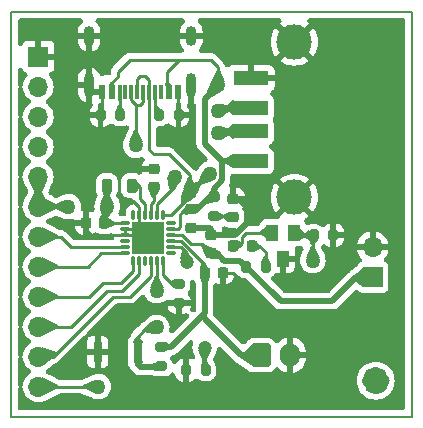
<source format=gtl>
%TF.GenerationSoftware,KiCad,Pcbnew,7.0.2*%
%TF.CreationDate,2025-03-07T15:38:25-05:00*%
%TF.ProjectId,2nPM1100,326e504d-3131-4303-902e-6b696361645f,rev?*%
%TF.SameCoordinates,Original*%
%TF.FileFunction,Copper,L1,Top*%
%TF.FilePolarity,Positive*%
%FSLAX46Y46*%
G04 Gerber Fmt 4.6, Leading zero omitted, Abs format (unit mm)*
G04 Created by KiCad (PCBNEW 7.0.2) date 2025-03-07 15:38:25*
%MOMM*%
%LPD*%
G01*
G04 APERTURE LIST*
G04 Aperture macros list*
%AMRoundRect*
0 Rectangle with rounded corners*
0 $1 Rounding radius*
0 $2 $3 $4 $5 $6 $7 $8 $9 X,Y pos of 4 corners*
0 Add a 4 corners polygon primitive as box body*
4,1,4,$2,$3,$4,$5,$6,$7,$8,$9,$2,$3,0*
0 Add four circle primitives for the rounded corners*
1,1,$1+$1,$2,$3*
1,1,$1+$1,$4,$5*
1,1,$1+$1,$6,$7*
1,1,$1+$1,$8,$9*
0 Add four rect primitives between the rounded corners*
20,1,$1+$1,$2,$3,$4,$5,0*
20,1,$1+$1,$4,$5,$6,$7,0*
20,1,$1+$1,$6,$7,$8,$9,0*
20,1,$1+$1,$8,$9,$2,$3,0*%
G04 Aperture macros list end*
%TA.AperFunction,NonConductor*%
%ADD10C,0.200000*%
%TD*%
%TA.AperFunction,NonConductor*%
%ADD11C,1.150000*%
%TD*%
%TA.AperFunction,SMDPad,CuDef*%
%ADD12RoundRect,0.200000X-0.275000X0.200000X-0.275000X-0.200000X0.275000X-0.200000X0.275000X0.200000X0*%
%TD*%
%TA.AperFunction,SMDPad,CuDef*%
%ADD13RoundRect,0.225000X-0.225000X-0.250000X0.225000X-0.250000X0.225000X0.250000X-0.225000X0.250000X0*%
%TD*%
%TA.AperFunction,SMDPad,CuDef*%
%ADD14R,1.000000X1.400000*%
%TD*%
%TA.AperFunction,SMDPad,CuDef*%
%ADD15R,0.800000X1.700000*%
%TD*%
%TA.AperFunction,SMDPad,CuDef*%
%ADD16RoundRect,0.218750X-0.218750X-0.256250X0.218750X-0.256250X0.218750X0.256250X-0.218750X0.256250X0*%
%TD*%
%TA.AperFunction,SMDPad,CuDef*%
%ADD17RoundRect,0.225000X0.225000X0.250000X-0.225000X0.250000X-0.225000X-0.250000X0.225000X-0.250000X0*%
%TD*%
%TA.AperFunction,SMDPad,CuDef*%
%ADD18RoundRect,0.218750X-0.256250X0.218750X-0.256250X-0.218750X0.256250X-0.218750X0.256250X0.218750X0*%
%TD*%
%TA.AperFunction,SMDPad,CuDef*%
%ADD19RoundRect,0.200000X-0.200000X-0.275000X0.200000X-0.275000X0.200000X0.275000X-0.200000X0.275000X0*%
%TD*%
%TA.AperFunction,ComponentPad*%
%ADD20RoundRect,0.250000X-0.600000X-0.750000X0.600000X-0.750000X0.600000X0.750000X-0.600000X0.750000X0*%
%TD*%
%TA.AperFunction,ComponentPad*%
%ADD21O,1.700000X2.000000*%
%TD*%
%TA.AperFunction,SMDPad,CuDef*%
%ADD22RoundRect,0.218750X-0.218750X-0.381250X0.218750X-0.381250X0.218750X0.381250X-0.218750X0.381250X0*%
%TD*%
%TA.AperFunction,SMDPad,CuDef*%
%ADD23RoundRect,0.200000X0.200000X0.275000X-0.200000X0.275000X-0.200000X-0.275000X0.200000X-0.275000X0*%
%TD*%
%TA.AperFunction,SMDPad,CuDef*%
%ADD24RoundRect,0.225000X-0.250000X0.225000X-0.250000X-0.225000X0.250000X-0.225000X0.250000X0.225000X0*%
%TD*%
%TA.AperFunction,ComponentPad*%
%ADD25R,1.700000X1.700000*%
%TD*%
%TA.AperFunction,ComponentPad*%
%ADD26O,1.700000X1.700000*%
%TD*%
%TA.AperFunction,SMDPad,CuDef*%
%ADD27RoundRect,0.225000X0.250000X-0.225000X0.250000X0.225000X-0.250000X0.225000X-0.250000X-0.225000X0*%
%TD*%
%TA.AperFunction,SMDPad,CuDef*%
%ADD28R,3.000000X1.250000*%
%TD*%
%TA.AperFunction,ComponentPad*%
%ADD29C,3.000000*%
%TD*%
%TA.AperFunction,SMDPad,CuDef*%
%ADD30RoundRect,0.033750X-0.371250X-0.101250X0.371250X-0.101250X0.371250X0.101250X-0.371250X0.101250X0*%
%TD*%
%TA.AperFunction,SMDPad,CuDef*%
%ADD31RoundRect,0.033750X-0.101250X-0.371250X0.101250X-0.371250X0.101250X0.371250X-0.101250X0.371250X0*%
%TD*%
%TA.AperFunction,SMDPad,CuDef*%
%ADD32R,2.700000X2.700000*%
%TD*%
%TA.AperFunction,SMDPad,CuDef*%
%ADD33R,0.600000X1.160000*%
%TD*%
%TA.AperFunction,SMDPad,CuDef*%
%ADD34R,0.300000X1.160000*%
%TD*%
%TA.AperFunction,ComponentPad*%
%ADD35O,0.900000X2.000000*%
%TD*%
%TA.AperFunction,ComponentPad*%
%ADD36O,0.900000X1.700000*%
%TD*%
%TA.AperFunction,ViaPad*%
%ADD37C,1.270000*%
%TD*%
%TA.AperFunction,ViaPad*%
%ADD38C,1.200000*%
%TD*%
%TA.AperFunction,Conductor*%
%ADD39C,0.250000*%
%TD*%
%TA.AperFunction,Conductor*%
%ADD40C,0.500000*%
%TD*%
G04 APERTURE END LIST*
D10*
X77470000Y-66040000D02*
X111379000Y-66040000D01*
X77470000Y-66040000D02*
X77470000Y-100330000D01*
X77470000Y-100330000D02*
X111379000Y-100330000D01*
D11*
X108906000Y-97282000D02*
G75*
G03*
X108906000Y-97282000I-575000J0D01*
G01*
D10*
X111379000Y-66040000D02*
X111379000Y-100330000D01*
D12*
%TO.P,R3,1*%
%TO.N,VBUS*%
X94615000Y-81725000D03*
%TO.P,R3,2*%
%TO.N,Net-(LD3-A)*%
X94615000Y-83375000D03*
%TD*%
D13*
%TO.P,C5,1*%
%TO.N,Net-(J1-Pin_1)*%
X93840000Y-88138000D03*
%TO.P,C5,2*%
%TO.N,GND*%
X95390000Y-88138000D03*
%TD*%
D14*
%TO.P,U2,1*%
%TO.N,Low_Batt*%
X101407000Y-84752000D03*
%TO.P,U2,2*%
%TO.N,Net-(LD1-K)*%
X99507000Y-84752000D03*
%TO.P,U2,3*%
%TO.N,GND*%
X100457000Y-86952000D03*
%TD*%
D15*
%TO.P,SW1,1*%
%TO.N,Net-(U1-SHPHLD)*%
X88187000Y-94869000D03*
%TO.P,SW1,2*%
%TO.N,GND*%
X84787000Y-94869000D03*
%TD*%
D16*
%TO.P,LD1,1,K*%
%TO.N,Net-(LD1-K)*%
X96239793Y-85851293D03*
%TO.P,LD1,2,A*%
%TO.N,Net-(LD1-A)*%
X97814793Y-85851293D03*
%TD*%
D17*
%TO.P,C2,1*%
%TO.N,VOUTB*%
X85357000Y-83947000D03*
%TO.P,C2,2*%
%TO.N,GND*%
X83807000Y-83947000D03*
%TD*%
D18*
%TO.P,LD3,1,K*%
%TO.N,GND*%
X96266000Y-81889500D03*
%TO.P,LD3,2,A*%
%TO.N,Net-(LD3-A)*%
X96266000Y-83464500D03*
%TD*%
D19*
%TO.P,R1,1*%
%TO.N,Low_Batt*%
X103061000Y-84963000D03*
%TO.P,R1,2*%
%TO.N,GND*%
X104711000Y-84963000D03*
%TD*%
D20*
%TO.P,J1,1,Pin_1*%
%TO.N,Net-(J1-Pin_1)*%
X98592000Y-95123000D03*
D21*
%TO.P,J1,2,Pin_2*%
%TO.N,GND*%
X101092000Y-95123000D03*
%TD*%
D12*
%TO.P,R_1,1*%
%TO.N,Net-(J1-Pin_1)*%
X90170000Y-94425000D03*
%TO.P,R_1,2*%
%TO.N,Net-(U1-SHPHLD)*%
X90170000Y-96075000D03*
%TD*%
D22*
%TO.P,L1,1,1*%
%TO.N,VOUTB*%
X85551500Y-80772000D03*
%TO.P,L1,2,2*%
%TO.N,Net-(U1-SW)*%
X87676500Y-80772000D03*
%TD*%
D23*
%TO.P,RCC1,1*%
%TO.N,GND*%
X91630000Y-74803000D03*
%TO.P,RCC1,2*%
%TO.N,Net-(J2-CC1)*%
X89980000Y-74803000D03*
%TD*%
D24*
%TO.P,C1,1*%
%TO.N,VBUS*%
X92710000Y-82791000D03*
%TO.P,C1,2*%
%TO.N,GND*%
X92710000Y-84341000D03*
%TD*%
D19*
%TO.P,RCC2,1*%
%TO.N,GND*%
X85027000Y-74803000D03*
%TO.P,RCC2,2*%
%TO.N,Net-(J2-CC2)*%
X86677000Y-74803000D03*
%TD*%
%TO.P,R6,1*%
%TO.N,VSYS*%
X97346000Y-87630000D03*
%TO.P,R6,2*%
%TO.N,Net-(LD1-A)*%
X98996000Y-87630000D03*
%TD*%
D25*
%TO.P,J5,1,Pin_1*%
%TO.N,VSYS*%
X108077000Y-88524000D03*
D26*
%TO.P,J5,2,Pin_2*%
%TO.N,GND*%
X108077000Y-85984000D03*
%TD*%
D27*
%TO.P,C3,1*%
%TO.N,VSYS*%
X94361000Y-86500000D03*
%TO.P,C3,2*%
%TO.N,GND*%
X94361000Y-84950000D03*
%TD*%
D28*
%TO.P,J4,1,VBUS*%
%TO.N,VBUS*%
X97760000Y-78684000D03*
%TO.P,J4,2,D-*%
%TO.N,Net-(J3-Pin_3)*%
X97760000Y-76184000D03*
%TO.P,J4,3,D+*%
%TO.N,Net-(J3-Pin_4)*%
X97760000Y-74184000D03*
%TO.P,J4,4,GND*%
%TO.N,GND*%
X97760000Y-71684000D03*
D29*
%TO.P,J4,5,Shield*%
X101440000Y-81754000D03*
X101440000Y-68614000D03*
%TD*%
D30*
%TO.P,U1,1,VOUTB*%
%TO.N,VOUTB*%
X87088000Y-83967000D03*
%TO.P,U1,2,VOUTBSET1*%
%TO.N,GND*%
X87088000Y-84467000D03*
%TO.P,U1,3,VOUTBSET2*%
X87088000Y-84967000D03*
%TO.P,U1,4,NC*%
%TO.N,unconnected-(U1-NC-Pad4)*%
X87088000Y-85467000D03*
%TO.P,U1,5,ISET*%
%TO.N,Net-(J3-Pin_7)*%
X87088000Y-85967000D03*
%TO.P,U1,6,SHPACT*%
%TO.N,SHPACT*%
X87088000Y-86467000D03*
D31*
%TO.P,U1,7,MODE*%
%TO.N,Net-(J3-Pin_9)*%
X87788000Y-87167000D03*
%TO.P,U1,8,CHG*%
%TO.N,CHG*%
X88288000Y-87167000D03*
%TO.P,U1,9,VTERMSET*%
%TO.N,unconnected-(U1-VTERMSET-Pad9)*%
X88788000Y-87167000D03*
%TO.P,U1,10,ERR*%
%TO.N,ERR*%
X89288000Y-87167000D03*
%TO.P,U1,11,SHPHLD*%
%TO.N,Net-(U1-SHPHLD)*%
X89788000Y-87167000D03*
%TO.P,U1,12,ICHG*%
%TO.N,Net-(U1-ICHG)*%
X90288000Y-87167000D03*
D30*
%TO.P,U1,13,NC__1*%
%TO.N,unconnected-(U1-NC__1-Pad13)*%
X90988000Y-86467000D03*
%TO.P,U1,14,NTC*%
%TO.N,Net-(U1-NTC)*%
X90988000Y-85967000D03*
%TO.P,U1,15,VBAT*%
%TO.N,Net-(J1-Pin_1)*%
X90988000Y-85467000D03*
%TO.P,U1,16,VSYS*%
%TO.N,VSYS*%
X90988000Y-84967000D03*
%TO.P,U1,17,VBUS*%
%TO.N,VBUS*%
X90988000Y-84467000D03*
%TO.P,U1,18,NC__2*%
%TO.N,unconnected-(U1-NC__2-Pad18)*%
X90988000Y-83967000D03*
D31*
%TO.P,U1,19,D-*%
%TO.N,Net-(J3-Pin_3)*%
X90288000Y-83267000D03*
%TO.P,U1,20,D+*%
%TO.N,Net-(J3-Pin_4)*%
X89788000Y-83267000D03*
%TO.P,U1,21,DEC*%
%TO.N,Net-(U1-DEC)*%
X89288000Y-83267000D03*
%TO.P,U1,22,SW*%
%TO.N,Net-(U1-SW)*%
X88788000Y-83267000D03*
%TO.P,U1,23,PVSS*%
%TO.N,GND*%
X88288000Y-83267000D03*
%TO.P,U1,24,NC__3*%
%TO.N,unconnected-(U1-NC__3-Pad24)*%
X87788000Y-83267000D03*
D32*
%TO.P,U1,25,EXP*%
%TO.N,GND*%
X89038000Y-85217000D03*
%TD*%
D25*
%TO.P,J3,1,Pin_1*%
%TO.N,GND*%
X79756000Y-69850000D03*
D26*
%TO.P,J3,2,Pin_2*%
%TO.N,VBUS*%
X79756000Y-72390000D03*
%TO.P,J3,3,Pin_3*%
%TO.N,Net-(J3-Pin_3)*%
X79756000Y-74930000D03*
%TO.P,J3,4,Pin_4*%
%TO.N,Net-(J3-Pin_4)*%
X79756000Y-77470000D03*
%TO.P,J3,5,Pin_5*%
%TO.N,VOUTB*%
X79756000Y-80010000D03*
%TO.P,J3,6,Pin_6*%
X79756000Y-82550000D03*
%TO.P,J3,7,Pin_7*%
%TO.N,Net-(J3-Pin_7)*%
X79756000Y-85090000D03*
%TO.P,J3,8,Pin_8*%
%TO.N,SHPACT*%
X79756000Y-87630000D03*
%TO.P,J3,9,Pin_9*%
%TO.N,Net-(J3-Pin_9)*%
X79756000Y-90170000D03*
%TO.P,J3,10,Pin_10*%
%TO.N,CHG*%
X79756000Y-92710000D03*
%TO.P,J3,11,Pin_11*%
%TO.N,ERR*%
X79756000Y-95250000D03*
%TO.P,J3,12,Pin_12*%
%TO.N,Low_Batt*%
X79756000Y-97790000D03*
%TD*%
D33*
%TO.P,J2,A1,GND*%
%TO.N,GND*%
X91592000Y-72868000D03*
%TO.P,J2,A4,VBUS*%
%TO.N,VBUS*%
X90792000Y-72868000D03*
D34*
%TO.P,J2,A5,CC1*%
%TO.N,Net-(J2-CC1)*%
X89642000Y-72868000D03*
%TO.P,J2,A6,D+*%
%TO.N,Net-(J3-Pin_4)*%
X88642000Y-72868000D03*
%TO.P,J2,A7,D-*%
%TO.N,Net-(J3-Pin_3)*%
X88142000Y-72868000D03*
%TO.P,J2,A8,SBU1*%
%TO.N,unconnected-(J2-SBU1-PadA8)*%
X87142000Y-72868000D03*
D33*
%TO.P,J2,A9,VBUS*%
%TO.N,VBUS*%
X85992000Y-72868000D03*
%TO.P,J2,A12,GND*%
%TO.N,GND*%
X85192000Y-72868000D03*
%TO.P,J2,B1,GND*%
X85192000Y-72868000D03*
%TO.P,J2,B4,VBUS*%
%TO.N,VBUS*%
X85992000Y-72868000D03*
D34*
%TO.P,J2,B5,CC2*%
%TO.N,Net-(J2-CC2)*%
X86642000Y-72868000D03*
%TO.P,J2,B6,D+*%
%TO.N,Net-(J3-Pin_4)*%
X87642000Y-72868000D03*
%TO.P,J2,B7,D-*%
%TO.N,Net-(J3-Pin_3)*%
X89142000Y-72868000D03*
%TO.P,J2,B8,SBU2*%
%TO.N,unconnected-(J2-SBU2-PadB8)*%
X90142000Y-72868000D03*
D33*
%TO.P,J2,B9,VBUS*%
%TO.N,VBUS*%
X90792000Y-72868000D03*
%TO.P,J2,B12,GND*%
%TO.N,GND*%
X91592000Y-72868000D03*
D35*
%TO.P,J2,S1,SHIELD*%
X92712000Y-72288000D03*
D36*
X92712000Y-68118000D03*
D35*
X84072000Y-72288000D03*
D36*
X84072000Y-68118000D03*
%TD*%
D12*
%TO.P,R_ICHG1,1*%
%TO.N,Net-(U1-ICHG)*%
X91694000Y-89091000D03*
%TO.P,R_ICHG1,2*%
%TO.N,GND*%
X91694000Y-90741000D03*
%TD*%
D27*
%TO.P,C4,1*%
%TO.N,Net-(U1-DEC)*%
X89535000Y-80912000D03*
%TO.P,C4,2*%
%TO.N,GND*%
X89535000Y-79362000D03*
%TD*%
D19*
%TO.P,TH1,1*%
%TO.N,GND*%
X92266000Y-96393000D03*
%TO.P,TH1,2*%
%TO.N,Net-(U1-NTC)*%
X93916000Y-96393000D03*
%TD*%
D37*
%TO.N,VBUS*%
X94996000Y-72263000D03*
%TO.N,GND*%
X92329000Y-76835000D03*
X88011000Y-91567000D03*
X105029000Y-86995000D03*
X85471000Y-76962000D03*
%TO.N,VOUTB*%
X85598000Y-82550000D03*
X82296000Y-82550000D03*
%TO.N,Net-(J3-Pin_3)*%
X92583000Y-81280000D03*
X94331500Y-79756000D03*
X94996000Y-76327000D03*
%TO.N,Low_Batt*%
X102997000Y-87122000D03*
X84836000Y-97790000D03*
%TO.N,Net-(U1-SHPHLD)*%
X89789000Y-92771000D03*
X89789000Y-89662000D03*
%TO.N,Net-(J3-Pin_4)*%
X88011000Y-77343000D03*
X91313000Y-80010000D03*
X94966500Y-74422000D03*
D38*
%TO.N,Net-(U1-NTC)*%
X93853000Y-94488000D03*
X92329000Y-87249000D03*
%TD*%
D39*
%TO.N,VBUS*%
X94361000Y-70104000D02*
X94996000Y-70739000D01*
D40*
X95321000Y-78684000D02*
X95321000Y-80320000D01*
D39*
X91718000Y-83288000D02*
X92215000Y-82791000D01*
D40*
X94297000Y-81725000D02*
X93231000Y-82791000D01*
D39*
X97760000Y-78811000D02*
X97633000Y-78684000D01*
D40*
X93853000Y-77216000D02*
X95321000Y-78684000D01*
D39*
X91694000Y-70104000D02*
X87503000Y-70104000D01*
X94996000Y-70739000D02*
X94996000Y-72263000D01*
D40*
X93231000Y-82791000D02*
X92710000Y-82791000D01*
D39*
X87503000Y-70104000D02*
X86487000Y-71120000D01*
X91694000Y-70104000D02*
X90678000Y-71120000D01*
D40*
X94615000Y-81026000D02*
X94615000Y-81725000D01*
D39*
X90988000Y-84467000D02*
X91555000Y-84467000D01*
X94361000Y-70104000D02*
X91694000Y-70104000D01*
D40*
X95321000Y-78684000D02*
X97760000Y-78684000D01*
D39*
X91555000Y-84467000D02*
X91718000Y-84304000D01*
X86487000Y-71543000D02*
X85992000Y-72038000D01*
X85992000Y-72038000D02*
X85992000Y-72868000D01*
X97633000Y-78684000D02*
X95321000Y-78684000D01*
D40*
X94996000Y-72263000D02*
X93853000Y-73406000D01*
X94615000Y-81725000D02*
X94297000Y-81725000D01*
D39*
X91718000Y-84304000D02*
X91718000Y-83288000D01*
X86487000Y-71120000D02*
X86487000Y-71543000D01*
X90678000Y-72754000D02*
X90792000Y-72868000D01*
D40*
X93853000Y-73406000D02*
X93853000Y-77216000D01*
D39*
X90678000Y-71120000D02*
X90678000Y-72754000D01*
D40*
X95321000Y-80320000D02*
X94615000Y-81026000D01*
D39*
X92215000Y-82791000D02*
X92710000Y-82791000D01*
%TO.N,GND*%
X87088000Y-84967000D02*
X88788000Y-84967000D01*
X85471000Y-76962000D02*
X86614000Y-78105000D01*
X101092000Y-92964000D02*
X101092000Y-95123000D01*
X87757000Y-82042000D02*
X88288000Y-82573000D01*
X83807000Y-84569000D02*
X83807000Y-83947000D01*
D40*
X97536000Y-83693000D02*
X97536000Y-82677000D01*
D39*
X83693000Y-83833000D02*
X83807000Y-83947000D01*
X88788000Y-84967000D02*
X89038000Y-85217000D01*
X81661000Y-69850000D02*
X82296000Y-70485000D01*
X85192000Y-74638000D02*
X85027000Y-74803000D01*
X87088000Y-84967000D02*
X84205000Y-84967000D01*
X87088000Y-84467000D02*
X87088000Y-84967000D01*
D40*
X96380000Y-84950000D02*
X94361000Y-84950000D01*
D39*
X87871000Y-79362000D02*
X86614000Y-78105000D01*
D40*
X97536000Y-82677000D02*
X96748500Y-81889500D01*
D39*
X95390000Y-88138000D02*
X96266000Y-88138000D01*
X87122000Y-82042000D02*
X87757000Y-82042000D01*
X89535000Y-79362000D02*
X87871000Y-79362000D01*
D40*
X97536000Y-83820000D02*
X96393000Y-84963000D01*
D39*
X82296000Y-70485000D02*
X82296000Y-80264000D01*
X84205000Y-84967000D02*
X83807000Y-84569000D01*
D40*
X96748500Y-81889500D02*
X96266000Y-81889500D01*
D39*
X79756000Y-69850000D02*
X81661000Y-69850000D01*
X86614000Y-78105000D02*
X86614000Y-81534000D01*
X85192000Y-72868000D02*
X85192000Y-74638000D01*
X88288000Y-82573000D02*
X88288000Y-83267000D01*
X96266000Y-88138000D02*
X101092000Y-92964000D01*
X91592000Y-72868000D02*
X91592000Y-74765000D01*
X87088000Y-84467000D02*
X88288000Y-84467000D01*
D40*
X92710000Y-84341000D02*
X94247000Y-84341000D01*
D39*
X88288000Y-83267000D02*
X88288000Y-84467000D01*
X83693000Y-81661000D02*
X83693000Y-83833000D01*
X82296000Y-80264000D02*
X83693000Y-81661000D01*
D40*
X96393000Y-84963000D02*
X96380000Y-84950000D01*
D39*
X86614000Y-81534000D02*
X87122000Y-82042000D01*
D40*
X97536000Y-83693000D02*
X97536000Y-83820000D01*
D39*
X91592000Y-74765000D02*
X91630000Y-74803000D01*
D40*
X94247000Y-84341000D02*
X94361000Y-84455000D01*
D39*
X88288000Y-84467000D02*
X89038000Y-85217000D01*
%TO.N,VOUTB*%
X85357000Y-82690000D02*
X85357000Y-83947000D01*
X82296000Y-82550000D02*
X79756000Y-82550000D01*
X85217000Y-82550000D02*
X85357000Y-82690000D01*
X85598000Y-82550000D02*
X85598000Y-82169000D01*
X87068000Y-83947000D02*
X87088000Y-83967000D01*
X85598000Y-82169000D02*
X85551500Y-82215500D01*
X85217000Y-82550000D02*
X85217000Y-82550000D01*
X85551500Y-82215500D02*
X85551500Y-80772000D01*
X79756000Y-80010000D02*
X79756000Y-82550000D01*
X85357000Y-83947000D02*
X87068000Y-83947000D01*
X85217000Y-82550000D02*
X85598000Y-82550000D01*
%TO.N,VSYS*%
X97346000Y-87530248D02*
X97395876Y-87580124D01*
D40*
X104648000Y-90551000D02*
X106675000Y-88524000D01*
D39*
X94361000Y-86500000D02*
X93599000Y-85738000D01*
D40*
X106675000Y-88524000D02*
X108077000Y-88524000D01*
X94361000Y-86500000D02*
X94882000Y-86500000D01*
X94882000Y-86500000D02*
X95504000Y-87122000D01*
X95504000Y-87122000D02*
X96838000Y-87122000D01*
X100267000Y-90551000D02*
X104648000Y-90551000D01*
X96838000Y-87122000D02*
X100267000Y-90551000D01*
D39*
X93599000Y-85738000D02*
X92723000Y-85738000D01*
X91952000Y-84967000D02*
X90988000Y-84967000D01*
X92723000Y-85738000D02*
X91952000Y-84967000D01*
%TO.N,Net-(U1-DEC)*%
X89288000Y-83267000D02*
X89288000Y-82303421D01*
X89535000Y-82056421D02*
X89535000Y-80912000D01*
X89288000Y-82303421D02*
X89535000Y-82056421D01*
%TO.N,Net-(J1-Pin_1)*%
X91817000Y-85467000D02*
X93840000Y-87490000D01*
X93840000Y-87490000D02*
X93840000Y-88138000D01*
D40*
X93840000Y-91580000D02*
X90995000Y-94425000D01*
X98592000Y-95123000D02*
X96901000Y-95123000D01*
X93840000Y-88138000D02*
X93840000Y-91580000D01*
D39*
X93840000Y-88138000D02*
X93713000Y-88265000D01*
X93840000Y-92062000D02*
X93840000Y-88138000D01*
X90988000Y-85467000D02*
X91817000Y-85467000D01*
D40*
X96901000Y-95123000D02*
X93840000Y-92062000D01*
D39*
X93967000Y-88519000D02*
X93586000Y-88519000D01*
D40*
X90995000Y-94425000D02*
X90170000Y-94425000D01*
D39*
%TO.N,Net-(J2-CC1)*%
X89642000Y-74595000D02*
X89723000Y-74676000D01*
X89642000Y-72868000D02*
X89642000Y-74595000D01*
%TO.N,Net-(J3-Pin_3)*%
X92583000Y-81280000D02*
X92583000Y-81661000D01*
X88773000Y-71501000D02*
X89142000Y-71870000D01*
X90977000Y-83267000D02*
X90288000Y-83267000D01*
X94234000Y-79756000D02*
X92710000Y-81280000D01*
X92710000Y-81280000D02*
X92583000Y-81280000D01*
X95139000Y-76184000D02*
X97760000Y-76184000D01*
X88142000Y-72868000D02*
X88142000Y-71751000D01*
X94996000Y-76327000D02*
X95123000Y-76200000D01*
X89154000Y-77724000D02*
X89535000Y-78105000D01*
X89154000Y-76481000D02*
X89154000Y-77724000D01*
X88392000Y-71501000D02*
X88773000Y-71501000D01*
X92583000Y-81661000D02*
X90977000Y-83267000D01*
X89142000Y-71870000D02*
X89142000Y-72868000D01*
X89142000Y-72868000D02*
X89142000Y-76469000D01*
X92583000Y-79883000D02*
X92583000Y-81280000D01*
X88142000Y-71751000D02*
X88392000Y-71501000D01*
X94331500Y-79756000D02*
X94234000Y-79756000D01*
X89535000Y-78105000D02*
X90805000Y-78105000D01*
X90805000Y-78105000D02*
X92583000Y-79883000D01*
X94996000Y-76327000D02*
X95139000Y-76184000D01*
X89142000Y-76469000D02*
X89154000Y-76481000D01*
%TO.N,Net-(J2-CC2)*%
X86642000Y-74765000D02*
X86553000Y-74676000D01*
X86642000Y-72868000D02*
X86642000Y-74765000D01*
%TO.N,ERR*%
X89288000Y-88385000D02*
X87503000Y-90170000D01*
X87503000Y-90170000D02*
X86106000Y-90170000D01*
X89288000Y-87167000D02*
X89288000Y-88385000D01*
X86106000Y-90170000D02*
X81026000Y-95250000D01*
X81026000Y-95250000D02*
X79756000Y-95250000D01*
%TO.N,CHG*%
X82550000Y-92710000D02*
X85598000Y-89662000D01*
X86868000Y-89662000D02*
X85598000Y-89662000D01*
X79756000Y-92710000D02*
X82550000Y-92710000D01*
X88288000Y-87167000D02*
X88288000Y-88242000D01*
X88288000Y-88242000D02*
X86868000Y-89662000D01*
%TO.N,SHPACT*%
X79756000Y-87630000D02*
X83947000Y-87630000D01*
X83947000Y-87630000D02*
X85110000Y-86467000D01*
X87088000Y-86467000D02*
X85110000Y-86467000D01*
%TO.N,Low_Batt*%
X101577000Y-84963000D02*
X101407000Y-85133000D01*
X84836000Y-97790000D02*
X79756000Y-97790000D01*
X102997000Y-87122000D02*
X102997000Y-85133000D01*
X103061000Y-84963000D02*
X101577000Y-84963000D01*
%TO.N,Net-(U1-SW)*%
X87676500Y-80772000D02*
X88265000Y-80772000D01*
X88392000Y-80899000D02*
X88392000Y-81915000D01*
X88392000Y-81915000D02*
X88788000Y-82311000D01*
X88788000Y-82311000D02*
X88788000Y-83267000D01*
X88265000Y-80772000D02*
X88392000Y-80899000D01*
%TO.N,Net-(LD1-K)*%
X97028000Y-85598000D02*
X97028000Y-85090000D01*
X96774000Y-85852000D02*
X97028000Y-85598000D01*
X96240500Y-85852000D02*
X96774000Y-85852000D01*
X97366000Y-84752000D02*
X99507000Y-84752000D01*
X97028000Y-85090000D02*
X97366000Y-84752000D01*
%TO.N,Net-(LD1-A)*%
X98996000Y-86423000D02*
X98996000Y-87630000D01*
X97815500Y-85852000D02*
X98425000Y-85852000D01*
X98425000Y-85852000D02*
X98996000Y-86423000D01*
%TO.N,Net-(LD3-A)*%
X94615000Y-83375000D02*
X96176500Y-83375000D01*
X96176500Y-83375000D02*
X96266000Y-83464500D01*
%TO.N,Net-(U1-SHPHLD)*%
X89789000Y-92771000D02*
X89723000Y-92837000D01*
X89723000Y-92837000D02*
X88900000Y-92837000D01*
X88187000Y-93550000D02*
X88187000Y-94869000D01*
X89788000Y-89661000D02*
X89788000Y-87167000D01*
D40*
X88392000Y-96139000D02*
X90106000Y-96139000D01*
D39*
X88187000Y-95934000D02*
X88392000Y-96139000D01*
D40*
X88187000Y-94869000D02*
X88187000Y-95934000D01*
D39*
X90106000Y-96139000D02*
X90170000Y-96075000D01*
X89789000Y-89662000D02*
X89789000Y-89156000D01*
X89789000Y-89662000D02*
X89788000Y-89661000D01*
X89789000Y-89156000D02*
X89788000Y-89155000D01*
X89789000Y-92771000D02*
X89584000Y-92976000D01*
X88900000Y-92837000D02*
X88187000Y-93550000D01*
%TO.N,Net-(U1-ICHG)*%
X90288000Y-88322000D02*
X91057000Y-89091000D01*
X90288000Y-87167000D02*
X90288000Y-88322000D01*
X91057000Y-89091000D02*
X91694000Y-89091000D01*
%TO.N,Net-(J3-Pin_4)*%
X88392000Y-73914000D02*
X88642000Y-73664000D01*
X87757000Y-77089000D02*
X88011000Y-77089000D01*
X91313000Y-80773396D02*
X89788000Y-82298396D01*
X87642000Y-72868000D02*
X87642000Y-73545000D01*
X94966500Y-74422000D02*
X95204500Y-74184000D01*
X87642000Y-73545000D02*
X88011000Y-73914000D01*
X88011000Y-77089000D02*
X88011000Y-77343000D01*
X79740000Y-77454000D02*
X79756000Y-77470000D01*
X88011000Y-77089000D02*
X88392000Y-77089000D01*
X88642000Y-73664000D02*
X88642000Y-72868000D01*
X95204500Y-74184000D02*
X97760000Y-74184000D01*
X89788000Y-82298396D02*
X89788000Y-83267000D01*
X88011000Y-73914000D02*
X88392000Y-73914000D01*
X88011000Y-77343000D02*
X88011000Y-73914000D01*
X91313000Y-80010000D02*
X91313000Y-80773396D01*
%TO.N,Net-(J3-Pin_7)*%
X79756000Y-85090000D02*
X81661000Y-85090000D01*
X81661000Y-85090000D02*
X82538000Y-85967000D01*
X84062000Y-85967000D02*
X84328000Y-85967000D01*
X82538000Y-85967000D02*
X84328000Y-85967000D01*
X84328000Y-85967000D02*
X87088000Y-85967000D01*
%TO.N,Net-(J3-Pin_9)*%
X85217000Y-89027000D02*
X84074000Y-90170000D01*
X84074000Y-90170000D02*
X79756000Y-90170000D01*
X86741000Y-89027000D02*
X85217000Y-89027000D01*
X87788000Y-87167000D02*
X87788000Y-87980000D01*
X87788000Y-87980000D02*
X86741000Y-89027000D01*
%TO.N,Net-(U1-NTC)*%
X91822026Y-85967000D02*
X90988000Y-85967000D01*
X93853000Y-94488000D02*
X93853000Y-96330000D01*
X93853000Y-96330000D02*
X93916000Y-96393000D01*
X92329000Y-87249000D02*
X92329000Y-86473974D01*
X92329000Y-86473974D02*
X91822026Y-85967000D01*
%TD*%
%TA.AperFunction,Conductor*%
%TO.N,Net-(J3-Pin_9)*%
G36*
X80091836Y-89389791D02*
G01*
X80092413Y-89390049D01*
X81449366Y-90041814D01*
X81455339Y-90048484D01*
X81456000Y-90052360D01*
X81456000Y-90287639D01*
X81452573Y-90295912D01*
X81449366Y-90298186D01*
X80092413Y-90949950D01*
X80083471Y-90950442D01*
X80076800Y-90944469D01*
X80076542Y-90943892D01*
X79756865Y-90174489D01*
X79756856Y-90165534D01*
X79756865Y-90165511D01*
X80076542Y-89396107D01*
X80082881Y-89389782D01*
X80091836Y-89389791D01*
G37*
%TD.AperFunction*%
%TD*%
%TA.AperFunction,Conductor*%
%TO.N,Net-(U1-NTC)*%
G36*
X92124515Y-86094000D02*
G01*
X92125103Y-86094633D01*
X92271864Y-86265211D01*
X92746196Y-86816521D01*
X92748994Y-86825028D01*
X92745614Y-86832411D01*
X92335240Y-87244155D01*
X92326972Y-87247596D01*
X92322469Y-87246703D01*
X91783705Y-87023138D01*
X91777377Y-87016802D01*
X91776758Y-87009837D01*
X91939378Y-86265209D01*
X91942534Y-86259436D01*
X92107972Y-86093998D01*
X92116242Y-86090573D01*
X92124515Y-86094000D01*
G37*
%TD.AperFunction*%
%TD*%
%TA.AperFunction,Conductor*%
%TO.N,Net-(J3-Pin_3)*%
G36*
X96266395Y-75561663D02*
G01*
X97735060Y-76173199D01*
X97741381Y-76179543D01*
X97741364Y-76188497D01*
X97735060Y-76194801D01*
X96266395Y-76806336D01*
X96257441Y-76806353D01*
X96254589Y-76804671D01*
X95639391Y-76312512D01*
X95635072Y-76304668D01*
X95635000Y-76303376D01*
X95635000Y-76064623D01*
X95638427Y-76056350D01*
X95639391Y-76055487D01*
X96254590Y-75563327D01*
X96263190Y-75560836D01*
X96266395Y-75561663D01*
G37*
%TD.AperFunction*%
%TD*%
%TA.AperFunction,Conductor*%
%TO.N,Net-(U1-DEC)*%
G36*
X89541833Y-80915918D02*
G01*
X89976503Y-81228770D01*
X89981216Y-81236384D01*
X89979863Y-81244007D01*
X89663356Y-81806041D01*
X89656310Y-81811568D01*
X89653161Y-81812000D01*
X89416839Y-81812000D01*
X89408566Y-81808573D01*
X89406644Y-81806041D01*
X89090136Y-81244007D01*
X89089063Y-81235117D01*
X89093494Y-81228772D01*
X89528165Y-80915918D01*
X89536882Y-80913867D01*
X89541833Y-80915918D01*
G37*
%TD.AperFunction*%
%TD*%
%TA.AperFunction,Conductor*%
%TO.N,VBUS*%
G36*
X94147044Y-81540764D02*
G01*
X94610189Y-81722132D01*
X94616642Y-81728338D01*
X94617229Y-81730019D01*
X94719347Y-82114191D01*
X94718161Y-82123067D01*
X94711552Y-82128357D01*
X94040701Y-82339488D01*
X94031781Y-82338703D01*
X94028916Y-82336601D01*
X93688741Y-81996426D01*
X93685314Y-81988153D01*
X93688741Y-81979880D01*
X93688747Y-81979873D01*
X94134594Y-81543298D01*
X94142903Y-81539960D01*
X94147044Y-81540764D01*
G37*
%TD.AperFunction*%
%TD*%
%TA.AperFunction,Conductor*%
%TO.N,VOUTB*%
G36*
X79760489Y-80010865D02*
G01*
X80529892Y-80330542D01*
X80536217Y-80336881D01*
X80536208Y-80345836D01*
X80535950Y-80346413D01*
X79884186Y-81703366D01*
X79877515Y-81709339D01*
X79873639Y-81710000D01*
X79638361Y-81710000D01*
X79630088Y-81706573D01*
X79627814Y-81703366D01*
X78976049Y-80346413D01*
X78975557Y-80337471D01*
X78981530Y-80330800D01*
X78982095Y-80330547D01*
X79751511Y-80010864D01*
X79760466Y-80010856D01*
X79760489Y-80010865D01*
G37*
%TD.AperFunction*%
%TD*%
%TA.AperFunction,Conductor*%
%TO.N,Low_Batt*%
G36*
X84597486Y-97214144D02*
G01*
X84597618Y-97214448D01*
X84835131Y-97785507D01*
X84835144Y-97794462D01*
X84835131Y-97794493D01*
X84597618Y-98365551D01*
X84591277Y-98371874D01*
X84582322Y-98371861D01*
X84582018Y-98371729D01*
X83572903Y-97918103D01*
X83566762Y-97911586D01*
X83566000Y-97907432D01*
X83566000Y-97672567D01*
X83569427Y-97664294D01*
X83572899Y-97661898D01*
X84582020Y-97208269D01*
X84590969Y-97208003D01*
X84597486Y-97214144D01*
G37*
%TD.AperFunction*%
%TD*%
%TA.AperFunction,Conductor*%
%TO.N,VOUTB*%
G36*
X82057486Y-81974144D02*
G01*
X82057618Y-81974448D01*
X82295131Y-82545507D01*
X82295144Y-82554462D01*
X82295131Y-82554493D01*
X82057618Y-83125551D01*
X82051277Y-83131874D01*
X82042322Y-83131861D01*
X82042018Y-83131729D01*
X81032903Y-82678103D01*
X81026762Y-82671586D01*
X81026000Y-82667432D01*
X81026000Y-82432567D01*
X81029427Y-82424294D01*
X81032899Y-82421898D01*
X82042020Y-81968269D01*
X82050969Y-81968003D01*
X82057486Y-81974144D01*
G37*
%TD.AperFunction*%
%TD*%
%TA.AperFunction,Conductor*%
%TO.N,SHPACT*%
G36*
X80091836Y-86849791D02*
G01*
X80092413Y-86850049D01*
X81449366Y-87501814D01*
X81455339Y-87508484D01*
X81456000Y-87512360D01*
X81456000Y-87747639D01*
X81452573Y-87755912D01*
X81449366Y-87758186D01*
X80092413Y-88409950D01*
X80083471Y-88410442D01*
X80076800Y-88404469D01*
X80076542Y-88403892D01*
X79756865Y-87634489D01*
X79756856Y-87625534D01*
X79756865Y-87625511D01*
X80076542Y-86856107D01*
X80082881Y-86849782D01*
X80091836Y-86849791D01*
G37*
%TD.AperFunction*%
%TD*%
%TA.AperFunction,Conductor*%
%TO.N,Net-(J3-Pin_4)*%
G36*
X96180063Y-74056923D02*
G01*
X96187366Y-74062105D01*
X96189159Y-74068329D01*
X96189159Y-74303038D01*
X96185732Y-74311311D01*
X96184335Y-74312504D01*
X95423587Y-74865147D01*
X95414880Y-74867237D01*
X95408447Y-74863963D01*
X94971049Y-74427537D01*
X94967613Y-74419268D01*
X94968510Y-74414762D01*
X95011041Y-74312504D01*
X95205716Y-73844442D01*
X95212056Y-73838121D01*
X95219119Y-73837531D01*
X96180063Y-74056923D01*
G37*
%TD.AperFunction*%
%TD*%
%TA.AperFunction,Conductor*%
%TO.N,VBUS*%
G36*
X96266395Y-78061663D02*
G01*
X97735060Y-78673199D01*
X97741381Y-78679543D01*
X97741364Y-78688497D01*
X97735060Y-78694801D01*
X96266395Y-79306336D01*
X96257441Y-79306353D01*
X96254589Y-79304671D01*
X95639391Y-78812512D01*
X95635072Y-78804668D01*
X95635000Y-78803376D01*
X95635000Y-78564623D01*
X95638427Y-78556350D01*
X95639391Y-78555487D01*
X96254590Y-78063327D01*
X96263190Y-78060836D01*
X96266395Y-78061663D01*
G37*
%TD.AperFunction*%
%TD*%
%TA.AperFunction,Conductor*%
%TO.N,VBUS*%
G36*
X96265452Y-78061270D02*
G01*
X97735060Y-78673199D01*
X97741381Y-78679543D01*
X97741364Y-78688497D01*
X97735060Y-78694801D01*
X96265452Y-79306729D01*
X96256498Y-79306746D01*
X96254935Y-79305961D01*
X95640680Y-78937408D01*
X95635349Y-78930213D01*
X95635000Y-78927375D01*
X95635000Y-78440625D01*
X95638427Y-78432352D01*
X95640680Y-78430592D01*
X95640679Y-78430592D01*
X96254937Y-78062037D01*
X96263793Y-78060720D01*
X96265452Y-78061270D01*
G37*
%TD.AperFunction*%
%TD*%
%TA.AperFunction,Conductor*%
%TO.N,VBUS*%
G36*
X85947310Y-71923098D02*
G01*
X85949573Y-71924863D01*
X86115509Y-72090799D01*
X86115955Y-72091270D01*
X86286617Y-72281985D01*
X86289580Y-72290435D01*
X86288288Y-72295167D01*
X86002130Y-72847777D01*
X85995282Y-72853548D01*
X85986360Y-72852787D01*
X85981173Y-72847421D01*
X85717902Y-72293657D01*
X85717445Y-72284713D01*
X85718426Y-72282631D01*
X85931262Y-71927125D01*
X85938451Y-71921788D01*
X85947310Y-71923098D01*
G37*
%TD.AperFunction*%
%TD*%
%TA.AperFunction,Conductor*%
%TO.N,VOUTB*%
G36*
X85689006Y-83502135D02*
G01*
X85694974Y-83505496D01*
X86251041Y-83818644D01*
X86256568Y-83825690D01*
X86257000Y-83828839D01*
X86257000Y-84065160D01*
X86253573Y-84073433D01*
X86251041Y-84075355D01*
X85689008Y-84391863D01*
X85680118Y-84392936D01*
X85673771Y-84388503D01*
X85447000Y-84073433D01*
X85360918Y-83953834D01*
X85358867Y-83945118D01*
X85360919Y-83940165D01*
X85441046Y-83828839D01*
X85673772Y-83505494D01*
X85681385Y-83500783D01*
X85689006Y-83502135D01*
G37*
%TD.AperFunction*%
%TD*%
%TA.AperFunction,Conductor*%
%TO.N,Low_Batt*%
G36*
X102715119Y-84570371D02*
G01*
X103055155Y-84955253D01*
X103058065Y-84963722D01*
X103055155Y-84970747D01*
X102715119Y-85355628D01*
X102707073Y-85359559D01*
X102700226Y-85357850D01*
X102266575Y-85091425D01*
X102261320Y-85084174D01*
X102261000Y-85081456D01*
X102261000Y-84844543D01*
X102264427Y-84836270D01*
X102266570Y-84834577D01*
X102700226Y-84568148D01*
X102709069Y-84566738D01*
X102715119Y-84570371D01*
G37*
%TD.AperFunction*%
%TD*%
%TA.AperFunction,Conductor*%
%TO.N,VOUTB*%
G36*
X85603536Y-82554548D02*
G01*
X86039942Y-82991926D01*
X86043360Y-83000203D01*
X86041106Y-83007094D01*
X85485505Y-83767267D01*
X85477856Y-83771924D01*
X85476059Y-83772063D01*
X85241357Y-83772063D01*
X85233084Y-83768636D01*
X85229943Y-83762935D01*
X85057767Y-82999013D01*
X85013498Y-82802598D01*
X85015022Y-82793776D01*
X85020416Y-82789227D01*
X85590762Y-82552009D01*
X85599717Y-82551997D01*
X85603536Y-82554548D01*
G37*
%TD.AperFunction*%
%TD*%
%TA.AperFunction,Conductor*%
%TO.N,Net-(J3-Pin_3)*%
G36*
X93445750Y-80372629D02*
G01*
X93448412Y-80374623D01*
X93614514Y-80540725D01*
X93617941Y-80548998D01*
X93616864Y-80553900D01*
X93174368Y-81512808D01*
X93167790Y-81518884D01*
X93159283Y-81518722D01*
X92948398Y-81431729D01*
X92586791Y-81282562D01*
X92580450Y-81276239D01*
X92580437Y-81276208D01*
X92344957Y-80705363D01*
X92344970Y-80696408D01*
X92351311Y-80690085D01*
X92352464Y-80689679D01*
X93436848Y-80371669D01*
X93445750Y-80372629D01*
G37*
%TD.AperFunction*%
%TD*%
%TA.AperFunction,Conductor*%
%TO.N,Net-(J3-Pin_3)*%
G36*
X89152079Y-72907863D02*
G01*
X89153329Y-72910880D01*
X89291380Y-73445599D01*
X89291592Y-73450447D01*
X89268630Y-73588223D01*
X89263890Y-73595821D01*
X89257089Y-73598000D01*
X89026911Y-73598000D01*
X89018638Y-73594573D01*
X89015370Y-73588223D01*
X88992407Y-73450443D01*
X88992618Y-73445603D01*
X89130671Y-72910879D01*
X89136058Y-72903726D01*
X89144925Y-72902476D01*
X89152079Y-72907863D01*
G37*
%TD.AperFunction*%
%TD*%
%TA.AperFunction,Conductor*%
%TO.N,VBUS*%
G36*
X85947310Y-71923098D02*
G01*
X85949573Y-71924863D01*
X86115509Y-72090799D01*
X86115955Y-72091270D01*
X86286617Y-72281985D01*
X86289580Y-72290435D01*
X86288288Y-72295167D01*
X86002130Y-72847777D01*
X85995282Y-72853548D01*
X85986360Y-72852787D01*
X85981173Y-72847421D01*
X85717902Y-72293657D01*
X85717445Y-72284713D01*
X85718426Y-72282631D01*
X85931262Y-71927125D01*
X85938451Y-71921788D01*
X85947310Y-71923098D01*
G37*
%TD.AperFunction*%
%TD*%
%TA.AperFunction,Conductor*%
%TO.N,Net-(LD1-K)*%
G36*
X96551482Y-85396500D02*
G01*
X96924476Y-85521261D01*
X96929036Y-85524083D01*
X97095942Y-85690989D01*
X97099369Y-85699262D01*
X97096292Y-85707169D01*
X96671256Y-86170682D01*
X96663139Y-86174464D01*
X96655505Y-86172053D01*
X96248431Y-85859342D01*
X96243958Y-85851585D01*
X96245795Y-85843618D01*
X96538011Y-85401147D01*
X96545428Y-85396134D01*
X96551482Y-85396500D01*
G37*
%TD.AperFunction*%
%TD*%
%TA.AperFunction,Conductor*%
%TO.N,ERR*%
G36*
X81239079Y-94856680D02*
G01*
X81243599Y-94859488D01*
X81409022Y-95024911D01*
X81412449Y-95033184D01*
X81409022Y-95041457D01*
X81407884Y-95042457D01*
X80365173Y-95844783D01*
X80356526Y-95847112D01*
X80349776Y-95843793D01*
X79760836Y-95256237D01*
X79757400Y-95247969D01*
X79758293Y-95243473D01*
X80077088Y-94474810D01*
X80083422Y-94468482D01*
X80091645Y-94468211D01*
X81239079Y-94856680D01*
G37*
%TD.AperFunction*%
%TD*%
%TA.AperFunction,Conductor*%
%TO.N,Net-(LD1-A)*%
G36*
X98235475Y-85506595D02*
G01*
X98692467Y-85943079D01*
X98696083Y-85951272D01*
X98692847Y-85959621D01*
X98692659Y-85959813D01*
X98525870Y-86126602D01*
X98522384Y-86129005D01*
X98127033Y-86306281D01*
X98118082Y-86306539D01*
X98112483Y-86302053D01*
X97820498Y-85859931D01*
X97818798Y-85851139D01*
X97822671Y-85844579D01*
X98219807Y-85506150D01*
X98228325Y-85503393D01*
X98235475Y-85506595D01*
G37*
%TD.AperFunction*%
%TD*%
%TA.AperFunction,Conductor*%
%TO.N,VOUTB*%
G36*
X85677537Y-81292676D02*
G01*
X85679732Y-81295722D01*
X86179063Y-82295780D01*
X86179693Y-82304713D01*
X86173822Y-82311475D01*
X86173088Y-82311810D01*
X85602493Y-82549131D01*
X85593538Y-82549144D01*
X85593507Y-82549131D01*
X85022065Y-82311458D01*
X85015742Y-82305117D01*
X85015725Y-82296236D01*
X85423530Y-81296530D01*
X85429828Y-81290164D01*
X85434363Y-81289249D01*
X85669264Y-81289249D01*
X85677537Y-81292676D01*
G37*
%TD.AperFunction*%
%TD*%
%TA.AperFunction,Conductor*%
%TO.N,Low_Batt*%
G36*
X103122705Y-85855427D02*
G01*
X103125103Y-85858903D01*
X103578729Y-86868018D01*
X103578996Y-86876969D01*
X103572855Y-86883486D01*
X103572551Y-86883618D01*
X103001492Y-87121131D01*
X102992537Y-87121143D01*
X102421447Y-86883617D01*
X102415125Y-86877277D01*
X102415138Y-86868322D01*
X102415243Y-86868078D01*
X102868896Y-85858903D01*
X102875414Y-85852762D01*
X102879568Y-85852000D01*
X103114432Y-85852000D01*
X103122705Y-85855427D01*
G37*
%TD.AperFunction*%
%TD*%
%TA.AperFunction,Conductor*%
%TO.N,Net-(LD3-A)*%
G36*
X94974419Y-82994135D02*
G01*
X95483502Y-83246775D01*
X95489388Y-83253521D01*
X95490000Y-83257254D01*
X95490000Y-83492745D01*
X95486573Y-83501018D01*
X95483501Y-83503225D01*
X94974420Y-83755863D01*
X94965486Y-83756471D01*
X94960592Y-83753287D01*
X94729459Y-83501018D01*
X94621240Y-83382902D01*
X94618179Y-83374489D01*
X94621240Y-83367097D01*
X94960593Y-82996711D01*
X94968708Y-82992927D01*
X94974419Y-82994135D01*
G37*
%TD.AperFunction*%
%TD*%
%TA.AperFunction,Conductor*%
%TO.N,VSYS*%
G36*
X93744374Y-85702459D02*
G01*
X94536845Y-86045434D01*
X94543077Y-86051865D01*
X94543016Y-86060629D01*
X94363735Y-86495783D01*
X94357415Y-86502127D01*
X94356661Y-86502411D01*
X93896360Y-86657896D01*
X93887426Y-86657297D01*
X93881810Y-86651294D01*
X93563296Y-85883301D01*
X93563293Y-85874347D01*
X93565828Y-85870550D01*
X93731455Y-85704923D01*
X93739727Y-85701497D01*
X93744374Y-85702459D01*
G37*
%TD.AperFunction*%
%TD*%
%TA.AperFunction,Conductor*%
%TO.N,VOUTB*%
G36*
X79881912Y-80853427D02*
G01*
X79884186Y-80856634D01*
X80535950Y-82213586D01*
X80536442Y-82222528D01*
X80530469Y-82229199D01*
X80529892Y-82229457D01*
X79760489Y-82549134D01*
X79751534Y-82549143D01*
X79751511Y-82549134D01*
X78982107Y-82229457D01*
X78975782Y-82223118D01*
X78975791Y-82214163D01*
X78976049Y-82213586D01*
X79627814Y-80856634D01*
X79634485Y-80850661D01*
X79638361Y-80850000D01*
X79873639Y-80850000D01*
X79881912Y-80853427D01*
G37*
%TD.AperFunction*%
%TD*%
%TA.AperFunction,Conductor*%
%TO.N,Net-(U1-NTC)*%
G36*
X94396281Y-94713014D02*
G01*
X94402603Y-94719355D01*
X94402589Y-94728310D01*
X94402487Y-94728550D01*
X93981082Y-95681034D01*
X93974600Y-95687213D01*
X93970382Y-95688000D01*
X93735618Y-95688000D01*
X93727345Y-95684573D01*
X93724918Y-95681034D01*
X93303512Y-94728550D01*
X93303299Y-94719598D01*
X93309478Y-94713116D01*
X93309643Y-94713045D01*
X93848507Y-94488868D01*
X93857458Y-94488855D01*
X94396281Y-94713014D01*
G37*
%TD.AperFunction*%
%TD*%
%TA.AperFunction,Conductor*%
%TO.N,VOUTB*%
G36*
X85559342Y-80779772D02*
G01*
X85560175Y-80780605D01*
X85857832Y-81110169D01*
X85966917Y-81230948D01*
X85969919Y-81239384D01*
X85968628Y-81244161D01*
X85679770Y-81803171D01*
X85672928Y-81808948D01*
X85669376Y-81809500D01*
X85433624Y-81809500D01*
X85425351Y-81806073D01*
X85423230Y-81803171D01*
X85134371Y-81244161D01*
X85133617Y-81235238D01*
X85136080Y-81230950D01*
X85542818Y-80780612D01*
X85550906Y-80776770D01*
X85559342Y-80779772D01*
G37*
%TD.AperFunction*%
%TD*%
%TA.AperFunction,Conductor*%
%TO.N,VBUS*%
G36*
X92260174Y-82489655D02*
G01*
X92701730Y-82784303D01*
X92706710Y-82791745D01*
X92705461Y-82799722D01*
X92463839Y-83234097D01*
X92456822Y-83239662D01*
X92452163Y-83240020D01*
X92003315Y-83183941D01*
X91996493Y-83180604D01*
X91830051Y-83014162D01*
X91826624Y-83005889D01*
X91829276Y-82998472D01*
X92244634Y-82491966D01*
X92252529Y-82487744D01*
X92260174Y-82489655D01*
G37*
%TD.AperFunction*%
%TD*%
%TA.AperFunction,Conductor*%
%TO.N,Net-(J3-Pin_4)*%
G36*
X96266395Y-73561663D02*
G01*
X97735060Y-74173199D01*
X97741381Y-74179543D01*
X97741364Y-74188497D01*
X97735060Y-74194801D01*
X96266395Y-74806336D01*
X96257441Y-74806353D01*
X96254589Y-74804671D01*
X95639391Y-74312512D01*
X95635072Y-74304668D01*
X95635000Y-74303376D01*
X95635000Y-74064623D01*
X95638427Y-74056350D01*
X95639391Y-74055487D01*
X96254590Y-73563327D01*
X96263190Y-73560836D01*
X96266395Y-73561663D01*
G37*
%TD.AperFunction*%
%TD*%
%TA.AperFunction,Conductor*%
%TO.N,Net-(J2-CC2)*%
G36*
X86768434Y-73931427D02*
G01*
X86770354Y-73933957D01*
X87017716Y-74373222D01*
X87057218Y-74443369D01*
X87058291Y-74452259D01*
X87054927Y-74457737D01*
X86684904Y-74796758D01*
X86676489Y-74799820D01*
X86669096Y-74796758D01*
X86298348Y-74457074D01*
X86294563Y-74448958D01*
X86295501Y-74443831D01*
X86295700Y-74443369D01*
X86513958Y-73935083D01*
X86520371Y-73928834D01*
X86524709Y-73928000D01*
X86760161Y-73928000D01*
X86768434Y-73931427D01*
G37*
%TD.AperFunction*%
%TD*%
%TA.AperFunction,Conductor*%
%TO.N,VOUTB*%
G36*
X85483187Y-83025427D02*
G01*
X85485283Y-83028279D01*
X85785349Y-83602243D01*
X85786145Y-83611163D01*
X85782169Y-83616895D01*
X85364189Y-83942401D01*
X85355556Y-83944781D01*
X85349811Y-83942401D01*
X84931830Y-83616895D01*
X84927408Y-83609108D01*
X84928649Y-83602245D01*
X85228717Y-83028278D01*
X85235587Y-83022535D01*
X85239086Y-83022000D01*
X85474914Y-83022000D01*
X85483187Y-83025427D01*
G37*
%TD.AperFunction*%
%TD*%
%TA.AperFunction,Conductor*%
%TO.N,Net-(J1-Pin_1)*%
G36*
X90529509Y-94044369D02*
G01*
X90851979Y-94212036D01*
X90854855Y-94214144D01*
X91194030Y-94553319D01*
X91197457Y-94561592D01*
X91194030Y-94569865D01*
X91189671Y-94572618D01*
X90528837Y-94807184D01*
X90519894Y-94806722D01*
X90516300Y-94804066D01*
X90176532Y-94433600D01*
X90173466Y-94425187D01*
X90176518Y-94417800D01*
X90362614Y-94214144D01*
X90515475Y-94046857D01*
X90523585Y-94043062D01*
X90529509Y-94044369D01*
G37*
%TD.AperFunction*%
%TD*%
%TA.AperFunction,Conductor*%
%TO.N,Net-(J3-Pin_4)*%
G36*
X87652391Y-72912555D02*
G01*
X87653948Y-72916056D01*
X87790866Y-73443631D01*
X87789906Y-73451998D01*
X87768692Y-73492508D01*
X87766600Y-73495353D01*
X87604802Y-73657151D01*
X87596529Y-73660578D01*
X87588256Y-73657151D01*
X87585353Y-73652341D01*
X87522970Y-73450867D01*
X87522687Y-73445057D01*
X87631162Y-72916641D01*
X87636183Y-72909227D01*
X87644976Y-72907534D01*
X87652391Y-72912555D01*
G37*
%TD.AperFunction*%
%TD*%
%TA.AperFunction,Conductor*%
%TO.N,Net-(LD1-K)*%
G36*
X99014175Y-84259161D02*
G01*
X99499702Y-84743719D01*
X99503137Y-84751988D01*
X99499718Y-84760265D01*
X99499702Y-84760281D01*
X99014175Y-85244838D01*
X99005898Y-85248257D01*
X98998890Y-85245917D01*
X98511680Y-84880509D01*
X98507118Y-84872804D01*
X98507000Y-84871149D01*
X98507000Y-84632849D01*
X98510427Y-84624576D01*
X98511671Y-84623496D01*
X98998891Y-84258081D01*
X99007565Y-84255860D01*
X99014175Y-84259161D01*
G37*
%TD.AperFunction*%
%TD*%
%TA.AperFunction,Conductor*%
%TO.N,Net-(U1-SHPHLD)*%
G36*
X88198276Y-94893734D02*
G01*
X88584103Y-95712851D01*
X88584528Y-95721796D01*
X88583093Y-95724561D01*
X88406785Y-95975596D01*
X88405483Y-95977145D01*
X88238608Y-96144020D01*
X88230335Y-96147447D01*
X88222062Y-96144020D01*
X88221247Y-96143115D01*
X88085430Y-95975596D01*
X87881560Y-95724139D01*
X87879012Y-95715556D01*
X87879650Y-95712785D01*
X88176694Y-94894725D01*
X88182738Y-94888120D01*
X88191684Y-94887723D01*
X88198276Y-94893734D01*
G37*
%TD.AperFunction*%
%TD*%
%TA.AperFunction,Conductor*%
%TO.N,Net-(J1-Pin_1)*%
G36*
X93847187Y-88142597D02*
G01*
X94165857Y-88390764D01*
X94266487Y-88469131D01*
X94270909Y-88476918D01*
X94270472Y-88481832D01*
X94092556Y-89054770D01*
X94086829Y-89061654D01*
X94081382Y-89063000D01*
X93598618Y-89063000D01*
X93590345Y-89059573D01*
X93587444Y-89054770D01*
X93409527Y-88481832D01*
X93410347Y-88472915D01*
X93413510Y-88469132D01*
X93832811Y-88142597D01*
X93841444Y-88140218D01*
X93847187Y-88142597D01*
G37*
%TD.AperFunction*%
%TD*%
%TA.AperFunction,Conductor*%
%TO.N,Net-(J3-Pin_3)*%
G36*
X96229413Y-76056401D02*
G01*
X96236253Y-76062181D01*
X96237556Y-76067547D01*
X96237556Y-76302407D01*
X96234129Y-76310680D01*
X96231916Y-76312415D01*
X95250642Y-76906616D01*
X95241790Y-76907970D01*
X95234574Y-76902668D01*
X95233779Y-76901101D01*
X94996868Y-76331492D01*
X94996855Y-76322539D01*
X95234878Y-75750254D01*
X95241219Y-75743932D01*
X95249238Y-75743602D01*
X96229413Y-76056401D01*
G37*
%TD.AperFunction*%
%TD*%
%TA.AperFunction,Conductor*%
%TO.N,Net-(U1-SHPHLD)*%
G36*
X89913712Y-88395626D02*
G01*
X89916106Y-88399093D01*
X90370715Y-89408013D01*
X90370990Y-89416963D01*
X90364854Y-89423486D01*
X90364541Y-89423622D01*
X89793492Y-89661131D01*
X89784537Y-89661143D01*
X89699271Y-89625680D01*
X89213441Y-89423614D01*
X89207118Y-89417273D01*
X89207131Y-89408318D01*
X89207259Y-89408022D01*
X89659899Y-88399110D01*
X89666412Y-88392964D01*
X89670574Y-88392199D01*
X89905439Y-88392199D01*
X89913712Y-88395626D01*
G37*
%TD.AperFunction*%
%TD*%
%TA.AperFunction,Conductor*%
%TO.N,GND*%
G36*
X83409591Y-66609866D02*
G01*
X83484946Y-66664615D01*
X83531519Y-66745280D01*
X83541255Y-66837914D01*
X83512472Y-66926500D01*
X83472811Y-66976854D01*
X83347461Y-67096007D01*
X83237086Y-67254586D01*
X83160894Y-67432135D01*
X83122000Y-67621395D01*
X83122000Y-67868000D01*
X83772000Y-67868000D01*
X83772000Y-68368000D01*
X83122000Y-68368000D01*
X83122000Y-68560492D01*
X83122574Y-68571823D01*
X83136648Y-68710222D01*
X83194488Y-68894570D01*
X83288251Y-69063499D01*
X83414107Y-69210105D01*
X83566895Y-69328372D01*
X83740358Y-69413459D01*
X83821999Y-69434596D01*
X83822000Y-69434595D01*
X83822000Y-68684110D01*
X83846457Y-68723610D01*
X83935962Y-68791201D01*
X84043840Y-68821895D01*
X84155521Y-68811546D01*
X84255922Y-68761552D01*
X84322000Y-68689069D01*
X84322000Y-69438470D01*
X84492530Y-69375313D01*
X84656497Y-69273111D01*
X84796538Y-69139992D01*
X84906913Y-68981413D01*
X84983105Y-68803864D01*
X85022000Y-68614604D01*
X85022000Y-68368000D01*
X84372000Y-68368000D01*
X84372000Y-67868000D01*
X85022000Y-67868000D01*
X85022000Y-67675507D01*
X85021425Y-67664176D01*
X85007351Y-67525777D01*
X84949511Y-67341429D01*
X84855748Y-67172500D01*
X84729890Y-67025892D01*
X84685632Y-66991634D01*
X84625439Y-66920552D01*
X84599361Y-66831132D01*
X84611909Y-66738837D01*
X84660911Y-66659624D01*
X84737896Y-66607191D01*
X84822743Y-66590500D01*
X91958482Y-66590500D01*
X92049591Y-66609866D01*
X92124946Y-66664615D01*
X92171519Y-66745280D01*
X92181255Y-66837914D01*
X92152472Y-66926500D01*
X92112811Y-66976854D01*
X91987461Y-67096007D01*
X91877086Y-67254586D01*
X91800894Y-67432135D01*
X91762000Y-67621395D01*
X91762000Y-67868000D01*
X92412000Y-67868000D01*
X92412000Y-68368000D01*
X91762000Y-68368000D01*
X91762000Y-68560492D01*
X91762574Y-68571823D01*
X91776648Y-68710222D01*
X91834488Y-68894570D01*
X91928251Y-69063499D01*
X92009886Y-69158593D01*
X92054537Y-69240338D01*
X92062080Y-69333176D01*
X92031210Y-69421056D01*
X91967264Y-69488783D01*
X91881300Y-69524645D01*
X91839923Y-69528500D01*
X91746397Y-69528500D01*
X91717160Y-69526584D01*
X91702431Y-69524645D01*
X91694000Y-69523535D01*
X91685569Y-69524645D01*
X91670840Y-69526584D01*
X91641603Y-69528500D01*
X87555397Y-69528500D01*
X87526160Y-69526584D01*
X87502999Y-69523534D01*
X87465291Y-69528499D01*
X87465281Y-69528500D01*
X87465280Y-69528500D01*
X87427774Y-69533437D01*
X87352762Y-69543313D01*
X87212768Y-69601301D01*
X87212766Y-69601302D01*
X87212767Y-69601302D01*
X87122733Y-69670387D01*
X87122695Y-69670415D01*
X87092546Y-69693550D01*
X87078323Y-69712086D01*
X87059010Y-69734108D01*
X86117108Y-70676010D01*
X86095086Y-70695323D01*
X86076550Y-70709546D01*
X86053389Y-70739730D01*
X86053210Y-70739963D01*
X85955836Y-70866861D01*
X85946564Y-70920821D01*
X85945462Y-70923531D01*
X85926314Y-70969759D01*
X85926313Y-70969762D01*
X85926313Y-70969764D01*
X85915828Y-71049406D01*
X85911500Y-71082281D01*
X85911500Y-71082286D01*
X85906535Y-71119999D01*
X85909584Y-71143160D01*
X85911500Y-71172397D01*
X85911500Y-71205096D01*
X85892134Y-71296205D01*
X85837385Y-71371560D01*
X85756720Y-71418133D01*
X85664086Y-71427869D01*
X85652459Y-71426338D01*
X85533520Y-71407500D01*
X85533519Y-71407500D01*
X85470481Y-71407500D01*
X85470480Y-71407500D01*
X85376696Y-71422353D01*
X85260966Y-71481321D01*
X85170996Y-71505428D01*
X85078998Y-71490857D01*
X85000881Y-71440127D01*
X84962141Y-71380473D01*
X84960567Y-71381347D01*
X84855748Y-71192500D01*
X84729892Y-71045894D01*
X84577104Y-70927628D01*
X84403640Y-70842540D01*
X84322001Y-70821402D01*
X84322000Y-70821403D01*
X84322000Y-71571889D01*
X84297543Y-71532390D01*
X84208038Y-71464799D01*
X84100160Y-71434105D01*
X83988479Y-71444454D01*
X83888078Y-71494448D01*
X83822000Y-71566930D01*
X83822000Y-70817529D01*
X83821999Y-70817528D01*
X83651468Y-70880687D01*
X83487504Y-70982886D01*
X83347461Y-71116007D01*
X83237086Y-71274586D01*
X83160894Y-71452135D01*
X83122000Y-71641395D01*
X83122000Y-72038000D01*
X83772000Y-72038000D01*
X83772000Y-72538000D01*
X83122000Y-72538000D01*
X83122000Y-72880492D01*
X83122574Y-72891823D01*
X83136648Y-73030222D01*
X83194488Y-73214570D01*
X83288251Y-73383499D01*
X83414107Y-73530105D01*
X83566895Y-73648372D01*
X83740358Y-73733459D01*
X83821999Y-73754596D01*
X83822000Y-73754595D01*
X83822000Y-73004110D01*
X83846457Y-73043610D01*
X83935962Y-73111201D01*
X84043840Y-73141895D01*
X84155521Y-73131546D01*
X84255922Y-73081552D01*
X84321999Y-73009069D01*
X84322000Y-73777704D01*
X84333776Y-73790262D01*
X84364349Y-73878246D01*
X84356492Y-73971059D01*
X84311563Y-74052651D01*
X84300490Y-74064560D01*
X84271925Y-74093124D01*
X84183980Y-74238602D01*
X84133409Y-74400892D01*
X84127458Y-74466375D01*
X84127000Y-74476496D01*
X84127000Y-74553000D01*
X84777000Y-74553000D01*
X84777000Y-74012000D01*
X84796366Y-73920891D01*
X84851115Y-73845536D01*
X84931780Y-73798963D01*
X84956808Y-73794999D01*
X84972726Y-73784662D01*
X85064723Y-73770091D01*
X85154694Y-73794199D01*
X85227081Y-73852816D01*
X85269367Y-73935809D01*
X85277000Y-73993784D01*
X85277000Y-75777999D01*
X85278501Y-75777999D01*
X85288628Y-75777539D01*
X85354101Y-75771591D01*
X85516400Y-75721017D01*
X85661873Y-75633075D01*
X85728608Y-75566340D01*
X85806725Y-75515609D01*
X85898723Y-75501038D01*
X85988694Y-75525145D01*
X86045393Y-75566339D01*
X86075135Y-75596081D01*
X86216602Y-75679744D01*
X86374431Y-75725598D01*
X86374435Y-75725599D01*
X86406895Y-75728153D01*
X86406898Y-75728153D01*
X86411306Y-75728500D01*
X86415713Y-75728500D01*
X86938287Y-75728500D01*
X86942694Y-75728500D01*
X86947102Y-75728153D01*
X86947104Y-75728153D01*
X86961084Y-75727052D01*
X86979569Y-75725598D01*
X87084781Y-75695030D01*
X87149005Y-75676372D01*
X87241899Y-75669549D01*
X87329537Y-75701100D01*
X87396765Y-75765569D01*
X87431960Y-75851809D01*
X87435500Y-75891477D01*
X87435500Y-75916185D01*
X87416134Y-76007294D01*
X87415811Y-76008016D01*
X87011530Y-76907488D01*
X87011524Y-76907502D01*
X87010839Y-76909027D01*
X87010734Y-76909271D01*
X87009714Y-76912034D01*
X87009706Y-76912055D01*
X87004612Y-76925860D01*
X86994987Y-76948142D01*
X86994465Y-76949189D01*
X86939411Y-77142686D01*
X86920849Y-77343000D01*
X86939411Y-77543315D01*
X86994463Y-77736805D01*
X87084136Y-77916890D01*
X87205368Y-78077428D01*
X87354040Y-78212960D01*
X87525075Y-78318861D01*
X87566972Y-78335092D01*
X87712666Y-78391534D01*
X87910414Y-78428500D01*
X88111586Y-78428500D01*
X88309334Y-78391534D01*
X88455029Y-78335091D01*
X88546978Y-78320238D01*
X88637022Y-78344068D01*
X88709589Y-78402462D01*
X88752132Y-78485324D01*
X88757293Y-78578325D01*
X88725607Y-78661635D01*
X88726172Y-78661984D01*
X88724353Y-78664931D01*
X88724181Y-78665386D01*
X88723723Y-78665952D01*
X88623452Y-78828517D01*
X88570143Y-78989392D01*
X88560580Y-79083005D01*
X88560000Y-79094392D01*
X88560000Y-79112000D01*
X89561000Y-79112000D01*
X89652109Y-79131366D01*
X89727464Y-79186115D01*
X89774037Y-79266780D01*
X89785000Y-79336000D01*
X89785000Y-79388000D01*
X89765634Y-79479109D01*
X89710885Y-79554464D01*
X89630220Y-79601037D01*
X89561000Y-79612000D01*
X88560001Y-79612000D01*
X88560001Y-79613410D01*
X88540635Y-79704519D01*
X88485886Y-79779874D01*
X88405221Y-79826447D01*
X88312587Y-79836183D01*
X88224001Y-79807400D01*
X88220118Y-79805105D01*
X88171936Y-79775978D01*
X88016774Y-79727627D01*
X87954386Y-79721958D01*
X87954368Y-79721957D01*
X87949337Y-79721500D01*
X87944266Y-79721500D01*
X87408737Y-79721500D01*
X87408715Y-79721500D01*
X87403664Y-79721501D01*
X87398615Y-79721959D01*
X87398609Y-79721960D01*
X87336229Y-79727627D01*
X87181063Y-79775979D01*
X87041979Y-79860058D01*
X86927058Y-79974979D01*
X86842978Y-80114064D01*
X86827856Y-80162592D01*
X86782260Y-80243814D01*
X86707571Y-80299469D01*
X86616703Y-80319933D01*
X86525367Y-80301668D01*
X86449356Y-80247833D01*
X86401813Y-80167735D01*
X86400141Y-80162587D01*
X86385021Y-80114064D01*
X86300941Y-79974979D01*
X86186020Y-79860058D01*
X86046934Y-79775977D01*
X85891774Y-79727627D01*
X85829386Y-79721958D01*
X85829368Y-79721957D01*
X85824337Y-79721500D01*
X85819266Y-79721500D01*
X85283737Y-79721500D01*
X85283715Y-79721500D01*
X85278664Y-79721501D01*
X85273615Y-79721959D01*
X85273609Y-79721960D01*
X85211229Y-79727627D01*
X85056063Y-79775979D01*
X84916979Y-79860058D01*
X84802058Y-79974979D01*
X84717977Y-80114065D01*
X84669627Y-80269225D01*
X84663958Y-80331613D01*
X84663957Y-80331632D01*
X84663500Y-80336663D01*
X84663500Y-80341732D01*
X84663500Y-80341733D01*
X84663500Y-81202262D01*
X84663500Y-81202283D01*
X84663501Y-81207336D01*
X84663959Y-81212385D01*
X84663960Y-81212390D01*
X84669627Y-81274768D01*
X84669627Y-81274770D01*
X84669628Y-81274772D01*
X84717979Y-81429936D01*
X84719798Y-81435773D01*
X84721196Y-81438777D01*
X84722003Y-81438361D01*
X84729702Y-81453261D01*
X84729704Y-81453266D01*
X84759369Y-81510676D01*
X84783989Y-81600506D01*
X84769942Y-81692585D01*
X84767773Y-81698110D01*
X84594913Y-82121868D01*
X84593966Y-82124190D01*
X84593143Y-82126498D01*
X84593121Y-82126557D01*
X84589817Y-82135829D01*
X84582089Y-82153997D01*
X84526411Y-82349686D01*
X84507849Y-82550000D01*
X84527959Y-82767021D01*
X84517083Y-82859528D01*
X84469520Y-82939614D01*
X84393496Y-82993430D01*
X84302155Y-83011672D01*
X84234457Y-83000319D01*
X84179607Y-82982143D01*
X84085994Y-82972580D01*
X84074608Y-82972000D01*
X84057000Y-82972000D01*
X84057000Y-84921999D01*
X84074605Y-84921999D01*
X84085996Y-84921418D01*
X84179606Y-84911856D01*
X84340482Y-84858547D01*
X84507016Y-84755828D01*
X84509061Y-84759144D01*
X84547494Y-84734178D01*
X84639489Y-84719592D01*
X84729464Y-84743686D01*
X84743677Y-84751587D01*
X84840962Y-84810398D01*
X84852732Y-84817513D01*
X85009340Y-84866315D01*
X85070759Y-84871896D01*
X85077406Y-84872500D01*
X85082476Y-84872500D01*
X85631524Y-84872500D01*
X85636594Y-84872500D01*
X85704657Y-84866315D01*
X85861270Y-84817512D01*
X85861270Y-84817511D01*
X85887237Y-84809420D01*
X85888288Y-84812795D01*
X85931065Y-84797929D01*
X86023878Y-84805781D01*
X86105473Y-84850705D01*
X86161741Y-84924933D01*
X86182954Y-85015629D01*
X86183000Y-85020178D01*
X86183000Y-85103338D01*
X86183799Y-85116679D01*
X86186695Y-85140799D01*
X86178328Y-85233566D01*
X86132952Y-85314911D01*
X86058413Y-85370767D01*
X85967600Y-85391476D01*
X85964292Y-85391500D01*
X82869164Y-85391500D01*
X82778055Y-85372134D01*
X82710772Y-85325892D01*
X82104990Y-84720110D01*
X82085671Y-84698081D01*
X82071451Y-84679549D01*
X82041270Y-84656390D01*
X82041268Y-84656388D01*
X81951233Y-84587302D01*
X81951232Y-84587301D01*
X81951230Y-84587300D01*
X81926959Y-84577247D01*
X81811237Y-84529313D01*
X81698726Y-84514500D01*
X81698707Y-84514499D01*
X81660998Y-84509534D01*
X81647672Y-84511289D01*
X81554815Y-84503980D01*
X81521456Y-84491122D01*
X80909104Y-84197000D01*
X82857001Y-84197000D01*
X82857001Y-84239605D01*
X82857581Y-84250996D01*
X82867143Y-84344606D01*
X82920452Y-84505482D01*
X83009426Y-84649731D01*
X83129268Y-84769573D01*
X83273517Y-84858547D01*
X83434392Y-84911856D01*
X83528008Y-84921420D01*
X83539390Y-84921999D01*
X83557000Y-84921998D01*
X83557000Y-84197000D01*
X82857001Y-84197000D01*
X80909104Y-84197000D01*
X80544583Y-84021915D01*
X80470841Y-83965012D01*
X80426619Y-83883035D01*
X80419564Y-83790158D01*
X80450894Y-83702441D01*
X80515194Y-83635051D01*
X80544580Y-83618085D01*
X81160639Y-83322182D01*
X81251149Y-83300193D01*
X81342779Y-83316918D01*
X81349456Y-83319790D01*
X81858895Y-83548777D01*
X81858914Y-83548784D01*
X81860599Y-83549542D01*
X81860903Y-83549674D01*
X81907429Y-83566929D01*
X81907431Y-83566929D01*
X81918399Y-83570997D01*
X81944597Y-83577975D01*
X81997666Y-83598534D01*
X82195414Y-83635500D01*
X82396586Y-83635500D01*
X82614737Y-83594720D01*
X82615559Y-83599117D01*
X82668414Y-83590550D01*
X82758471Y-83614332D01*
X82815892Y-83655892D01*
X82857000Y-83697000D01*
X83557000Y-83697000D01*
X83557000Y-82972000D01*
X83547343Y-82962343D01*
X83501660Y-82952635D01*
X83426303Y-82897889D01*
X83379728Y-82817225D01*
X83369718Y-82727329D01*
X83379853Y-82617952D01*
X83386150Y-82550000D01*
X83386133Y-82549811D01*
X83367588Y-82349684D01*
X83312536Y-82156194D01*
X83296600Y-82124190D01*
X83222864Y-81976110D01*
X83101631Y-81815571D01*
X83049471Y-81768021D01*
X82952959Y-81680039D01*
X82781924Y-81574138D01*
X82594333Y-81501465D01*
X82396586Y-81464500D01*
X82195414Y-81464500D01*
X81997667Y-81501465D01*
X81900860Y-81538968D01*
X81880312Y-81545805D01*
X81855261Y-81552815D01*
X81349442Y-81780196D01*
X81258403Y-81799889D01*
X81167225Y-81780849D01*
X81160660Y-81777826D01*
X80804276Y-81606650D01*
X80730536Y-81549748D01*
X80699350Y-81501727D01*
X80639431Y-81376976D01*
X80617443Y-81286470D01*
X80634169Y-81194840D01*
X80639434Y-81183016D01*
X80946543Y-80543627D01*
X80951774Y-80532345D01*
X80952032Y-80531768D01*
X80967523Y-80490652D01*
X80974116Y-80474986D01*
X80982739Y-80456496D01*
X80982739Y-80456494D01*
X80982741Y-80456491D01*
X81041634Y-80236697D01*
X81041634Y-80236695D01*
X81041635Y-80236692D01*
X81061468Y-80010000D01*
X81041635Y-79783308D01*
X80982739Y-79563504D01*
X80939309Y-79470369D01*
X80886568Y-79357265D01*
X80756048Y-79170862D01*
X80595139Y-79009953D01*
X80592520Y-79008119D01*
X80471656Y-78923490D01*
X80408132Y-78855370D01*
X80377807Y-78767300D01*
X80385924Y-78674510D01*
X80431081Y-78593044D01*
X80471657Y-78556509D01*
X80595139Y-78470047D01*
X80756047Y-78309139D01*
X80886568Y-78122734D01*
X80982739Y-77916496D01*
X81041635Y-77696692D01*
X81061468Y-77470000D01*
X81041635Y-77243308D01*
X81035726Y-77221257D01*
X80982739Y-77023504D01*
X80886568Y-76817265D01*
X80756048Y-76630862D01*
X80595139Y-76469953D01*
X80595136Y-76469951D01*
X80471656Y-76383490D01*
X80408132Y-76315370D01*
X80377807Y-76227300D01*
X80385924Y-76134510D01*
X80431081Y-76053044D01*
X80471657Y-76016509D01*
X80595139Y-75930047D01*
X80756047Y-75769139D01*
X80886568Y-75582734D01*
X80982739Y-75376496D01*
X81041635Y-75156692D01*
X81050707Y-75053000D01*
X84127001Y-75053000D01*
X84127001Y-75129500D01*
X84127460Y-75139628D01*
X84133408Y-75205101D01*
X84183982Y-75367400D01*
X84271925Y-75512874D01*
X84392125Y-75633074D01*
X84537602Y-75721019D01*
X84699892Y-75771590D01*
X84765361Y-75777539D01*
X84775510Y-75777999D01*
X84777000Y-75777999D01*
X84777000Y-75053000D01*
X84127001Y-75053000D01*
X81050707Y-75053000D01*
X81061468Y-74930000D01*
X81041635Y-74703308D01*
X80982739Y-74483504D01*
X80982739Y-74483503D01*
X80886568Y-74277265D01*
X80756048Y-74090862D01*
X80595139Y-73929953D01*
X80541166Y-73892161D01*
X80471656Y-73843490D01*
X80408132Y-73775370D01*
X80377807Y-73687300D01*
X80385924Y-73594510D01*
X80431081Y-73513044D01*
X80471657Y-73476509D01*
X80595139Y-73390047D01*
X80756047Y-73229139D01*
X80886568Y-73042734D01*
X80982739Y-72836496D01*
X81041635Y-72616692D01*
X81061468Y-72390000D01*
X81041635Y-72163308D01*
X80982739Y-71943504D01*
X80934639Y-71840354D01*
X80886568Y-71737265D01*
X80756048Y-71550862D01*
X80730708Y-71525522D01*
X80679978Y-71447404D01*
X80665407Y-71355407D01*
X80689515Y-71265436D01*
X80748132Y-71193049D01*
X80810822Y-71157253D01*
X80848087Y-71143354D01*
X80963189Y-71057189D01*
X81049353Y-70942087D01*
X81099598Y-70807374D01*
X81105358Y-70753798D01*
X81106000Y-70741833D01*
X81106000Y-70100000D01*
X80189686Y-70100000D01*
X80215493Y-70059844D01*
X80256000Y-69921889D01*
X80256000Y-69778111D01*
X80215493Y-69640156D01*
X80189686Y-69600000D01*
X81106000Y-69600000D01*
X81106000Y-68958166D01*
X81105358Y-68946201D01*
X81099598Y-68892625D01*
X81049353Y-68757912D01*
X80963189Y-68642810D01*
X80848087Y-68556646D01*
X80713374Y-68506401D01*
X80659798Y-68500641D01*
X80647834Y-68500000D01*
X80006000Y-68500000D01*
X80006000Y-69414498D01*
X79898315Y-69365320D01*
X79791763Y-69350000D01*
X79720237Y-69350000D01*
X79613685Y-69365320D01*
X79506000Y-69414498D01*
X79506000Y-68500000D01*
X78864166Y-68500000D01*
X78852201Y-68500641D01*
X78798625Y-68506401D01*
X78663912Y-68556646D01*
X78548810Y-68642810D01*
X78462646Y-68757912D01*
X78454377Y-68780083D01*
X78404393Y-68858680D01*
X78326762Y-68910152D01*
X78234907Y-68925599D01*
X78144711Y-68902349D01*
X78071770Y-68844423D01*
X78028695Y-68761837D01*
X78020500Y-68701804D01*
X78020500Y-66814500D01*
X78039866Y-66723391D01*
X78094615Y-66648036D01*
X78175280Y-66601463D01*
X78244500Y-66590500D01*
X83318482Y-66590500D01*
X83409591Y-66609866D01*
G37*
%TD.AperFunction*%
%TA.AperFunction,Conductor*%
G36*
X100223824Y-66609866D02*
G01*
X100299179Y-66664615D01*
X100345752Y-66745280D01*
X100355488Y-66837914D01*
X100326705Y-66926500D01*
X100266953Y-66993821D01*
X100213437Y-67033882D01*
X100820389Y-67640835D01*
X100661931Y-67760499D01*
X100518348Y-67918001D01*
X100469439Y-67996992D01*
X99859883Y-67387436D01*
X99859882Y-67387437D01*
X99753196Y-67529953D01*
X99616089Y-67781046D01*
X99516112Y-68049096D01*
X99455299Y-68328646D01*
X99434890Y-68614000D01*
X99455299Y-68899353D01*
X99516112Y-69178903D01*
X99616089Y-69446953D01*
X99753196Y-69698046D01*
X99859882Y-69840561D01*
X100469437Y-69231006D01*
X100518348Y-69309999D01*
X100661931Y-69467501D01*
X100820388Y-69587163D01*
X100213437Y-70194115D01*
X100355957Y-70300805D01*
X100607046Y-70437910D01*
X100875096Y-70537887D01*
X101154646Y-70598700D01*
X101440000Y-70619109D01*
X101725353Y-70598700D01*
X102004903Y-70537887D01*
X102272953Y-70437910D01*
X102524042Y-70300805D01*
X102666561Y-70194115D01*
X102059610Y-69587164D01*
X102218069Y-69467501D01*
X102361652Y-69309999D01*
X102410561Y-69231007D01*
X103020115Y-69840561D01*
X103126805Y-69698042D01*
X103263910Y-69446953D01*
X103363887Y-69178903D01*
X103424700Y-68899353D01*
X103445109Y-68613999D01*
X103424700Y-68328646D01*
X103363887Y-68049096D01*
X103263910Y-67781046D01*
X103126805Y-67529957D01*
X103020115Y-67387437D01*
X102410560Y-67996991D01*
X102361652Y-67918001D01*
X102218069Y-67760499D01*
X102059609Y-67640834D01*
X102666562Y-67033882D01*
X102613046Y-66993821D01*
X102551715Y-66923718D01*
X102524199Y-66834731D01*
X102535258Y-66742245D01*
X102582977Y-66662253D01*
X102659107Y-66608586D01*
X102747284Y-66590500D01*
X110604500Y-66590500D01*
X110695609Y-66609866D01*
X110770964Y-66664615D01*
X110817537Y-66745280D01*
X110828500Y-66814500D01*
X110828500Y-99555500D01*
X110809134Y-99646609D01*
X110754385Y-99721964D01*
X110673720Y-99768537D01*
X110604500Y-99779500D01*
X78244500Y-99779500D01*
X78153391Y-99760134D01*
X78078036Y-99705385D01*
X78031463Y-99624720D01*
X78020500Y-99555500D01*
X78020500Y-98005159D01*
X78039866Y-97914050D01*
X78094615Y-97838695D01*
X78175280Y-97792122D01*
X78191590Y-97790407D01*
X78116019Y-97758330D01*
X78052495Y-97690209D01*
X78022170Y-97602139D01*
X78020500Y-97574840D01*
X78020500Y-95465159D01*
X78039866Y-95374050D01*
X78094615Y-95298695D01*
X78175280Y-95252122D01*
X78191590Y-95250407D01*
X78116019Y-95218330D01*
X78052495Y-95150209D01*
X78022170Y-95062139D01*
X78020500Y-95034840D01*
X78020500Y-92925159D01*
X78039866Y-92834050D01*
X78094615Y-92758695D01*
X78175280Y-92712122D01*
X78191590Y-92710407D01*
X78116019Y-92678330D01*
X78052495Y-92610209D01*
X78022170Y-92522139D01*
X78020500Y-92494840D01*
X78020500Y-90385159D01*
X78039866Y-90294050D01*
X78094615Y-90218695D01*
X78175280Y-90172122D01*
X78191590Y-90170407D01*
X78116019Y-90138330D01*
X78052495Y-90070209D01*
X78022170Y-89982139D01*
X78020500Y-89954840D01*
X78020500Y-87845159D01*
X78039866Y-87754050D01*
X78094615Y-87678695D01*
X78175280Y-87632122D01*
X78191590Y-87630407D01*
X78116019Y-87598330D01*
X78052495Y-87530209D01*
X78022170Y-87442139D01*
X78020500Y-87414840D01*
X78020500Y-85305159D01*
X78039866Y-85214050D01*
X78094615Y-85138695D01*
X78175280Y-85092122D01*
X78191590Y-85090407D01*
X78116019Y-85058330D01*
X78052495Y-84990209D01*
X78022170Y-84902139D01*
X78020500Y-84874840D01*
X78020500Y-82765159D01*
X78039866Y-82674050D01*
X78094615Y-82598695D01*
X78175280Y-82552122D01*
X78191590Y-82550407D01*
X78116019Y-82518330D01*
X78052495Y-82450209D01*
X78022170Y-82362139D01*
X78020500Y-82334840D01*
X78020500Y-80225159D01*
X78039866Y-80134050D01*
X78094615Y-80058695D01*
X78175280Y-80012122D01*
X78191590Y-80010407D01*
X78116019Y-79978330D01*
X78052495Y-79910209D01*
X78022170Y-79822139D01*
X78020500Y-79794840D01*
X78020500Y-77685159D01*
X78039866Y-77594050D01*
X78094615Y-77518695D01*
X78175280Y-77472122D01*
X78191590Y-77470407D01*
X78116019Y-77438330D01*
X78052495Y-77370209D01*
X78022170Y-77282139D01*
X78020500Y-77254840D01*
X78020500Y-75145159D01*
X78039866Y-75054050D01*
X78094615Y-74978695D01*
X78175280Y-74932122D01*
X78191590Y-74930407D01*
X78116019Y-74898330D01*
X78052495Y-74830209D01*
X78022170Y-74742139D01*
X78020500Y-74714840D01*
X78020500Y-72605159D01*
X78039866Y-72514050D01*
X78094615Y-72438695D01*
X78175280Y-72392122D01*
X78191590Y-72390407D01*
X78116019Y-72358330D01*
X78052495Y-72290209D01*
X78022170Y-72202139D01*
X78020500Y-72174840D01*
X78020500Y-70998195D01*
X78039866Y-70907086D01*
X78094615Y-70831731D01*
X78175280Y-70785158D01*
X78267914Y-70775422D01*
X78356500Y-70804205D01*
X78425720Y-70866531D01*
X78454377Y-70919917D01*
X78462645Y-70942087D01*
X78548810Y-71057189D01*
X78663912Y-71143353D01*
X78701178Y-71157253D01*
X78779775Y-71207237D01*
X78831247Y-71284868D01*
X78846694Y-71376722D01*
X78823444Y-71466918D01*
X78781293Y-71525520D01*
X78755952Y-71550861D01*
X78625431Y-71737265D01*
X78529260Y-71943504D01*
X78470365Y-72163304D01*
X78467648Y-72194363D01*
X78440415Y-72283437D01*
X78379307Y-72353734D01*
X78297351Y-72391950D01*
X78356500Y-72411169D01*
X78425720Y-72473495D01*
X78463605Y-72558587D01*
X78467648Y-72585637D01*
X78470365Y-72616695D01*
X78529260Y-72836495D01*
X78625431Y-73042734D01*
X78755951Y-73229137D01*
X78916862Y-73390048D01*
X79040343Y-73476510D01*
X79103867Y-73544631D01*
X79134192Y-73632701D01*
X79126074Y-73725491D01*
X79080917Y-73806957D01*
X79040343Y-73843490D01*
X78916862Y-73929951D01*
X78755951Y-74090862D01*
X78625431Y-74277265D01*
X78529260Y-74483504D01*
X78470365Y-74703304D01*
X78467648Y-74734363D01*
X78440415Y-74823437D01*
X78379307Y-74893734D01*
X78297351Y-74931950D01*
X78356500Y-74951169D01*
X78425720Y-75013495D01*
X78463605Y-75098587D01*
X78467648Y-75125637D01*
X78470365Y-75156695D01*
X78529260Y-75376495D01*
X78625431Y-75582734D01*
X78755951Y-75769137D01*
X78916862Y-75930048D01*
X79040343Y-76016510D01*
X79103867Y-76084631D01*
X79134192Y-76172701D01*
X79126074Y-76265491D01*
X79080917Y-76346957D01*
X79040343Y-76383490D01*
X78916862Y-76469951D01*
X78755951Y-76630862D01*
X78625431Y-76817265D01*
X78529260Y-77023504D01*
X78470365Y-77243304D01*
X78467648Y-77274363D01*
X78440415Y-77363437D01*
X78379307Y-77433734D01*
X78297351Y-77471950D01*
X78356500Y-77491169D01*
X78425720Y-77553495D01*
X78463605Y-77638587D01*
X78467648Y-77665637D01*
X78470365Y-77696695D01*
X78529260Y-77916495D01*
X78625431Y-78122734D01*
X78755951Y-78309137D01*
X78916862Y-78470048D01*
X79040343Y-78556510D01*
X79103867Y-78624631D01*
X79134192Y-78712701D01*
X79126074Y-78805491D01*
X79080917Y-78886957D01*
X79040343Y-78923490D01*
X78916862Y-79009951D01*
X78755951Y-79170862D01*
X78625431Y-79357265D01*
X78529260Y-79563504D01*
X78470365Y-79783304D01*
X78467648Y-79814363D01*
X78440415Y-79903437D01*
X78379307Y-79973734D01*
X78297351Y-80011950D01*
X78356500Y-80031169D01*
X78425720Y-80093495D01*
X78463605Y-80178587D01*
X78467648Y-80205637D01*
X78470365Y-80236695D01*
X78529260Y-80456495D01*
X78550332Y-80501683D01*
X78561435Y-80530544D01*
X78565457Y-80543631D01*
X78872563Y-81183016D01*
X78894553Y-81273527D01*
X78877828Y-81365158D01*
X78872567Y-81376974D01*
X78565456Y-82016372D01*
X78565045Y-82017259D01*
X78561017Y-82025942D01*
X78561002Y-82025976D01*
X78560225Y-82027654D01*
X78559967Y-82028231D01*
X78558788Y-82031359D01*
X78558781Y-82031377D01*
X78544472Y-82069353D01*
X78537875Y-82085030D01*
X78529259Y-82103508D01*
X78470365Y-82323302D01*
X78467648Y-82354363D01*
X78440415Y-82443437D01*
X78379307Y-82513734D01*
X78297351Y-82551950D01*
X78356500Y-82571169D01*
X78425720Y-82633495D01*
X78463605Y-82718587D01*
X78467648Y-82745637D01*
X78470365Y-82776695D01*
X78529260Y-82996495D01*
X78625431Y-83202734D01*
X78755951Y-83389137D01*
X78755953Y-83389138D01*
X78755953Y-83389139D01*
X78916861Y-83550047D01*
X79040343Y-83636509D01*
X79103867Y-83704629D01*
X79134192Y-83792699D01*
X79126075Y-83885489D01*
X79080918Y-83966955D01*
X79040344Y-84003489D01*
X78916860Y-84089953D01*
X78755951Y-84250862D01*
X78625431Y-84437265D01*
X78529260Y-84643504D01*
X78470365Y-84863304D01*
X78467648Y-84894363D01*
X78440415Y-84983437D01*
X78379307Y-85053734D01*
X78297351Y-85091950D01*
X78356500Y-85111169D01*
X78425720Y-85173495D01*
X78463605Y-85258587D01*
X78467648Y-85285637D01*
X78470365Y-85316695D01*
X78529260Y-85536495D01*
X78625431Y-85742734D01*
X78755951Y-85929137D01*
X78916862Y-86090048D01*
X79040343Y-86176510D01*
X79103867Y-86244631D01*
X79134192Y-86332701D01*
X79126074Y-86425491D01*
X79080917Y-86506957D01*
X79040343Y-86543490D01*
X78916862Y-86629951D01*
X78755951Y-86790862D01*
X78625431Y-86977265D01*
X78529260Y-87183504D01*
X78470365Y-87403304D01*
X78467648Y-87434363D01*
X78440415Y-87523437D01*
X78379307Y-87593734D01*
X78297351Y-87631950D01*
X78356500Y-87651169D01*
X78425720Y-87713495D01*
X78463605Y-87798587D01*
X78467648Y-87825637D01*
X78470365Y-87856695D01*
X78529260Y-88076495D01*
X78625431Y-88282734D01*
X78755951Y-88469137D01*
X78916862Y-88630048D01*
X79040343Y-88716510D01*
X79103867Y-88784631D01*
X79134192Y-88872701D01*
X79126074Y-88965491D01*
X79080917Y-89046957D01*
X79040343Y-89083490D01*
X78916862Y-89169951D01*
X78755951Y-89330862D01*
X78625431Y-89517265D01*
X78529260Y-89723504D01*
X78470365Y-89943304D01*
X78467648Y-89974363D01*
X78440415Y-90063437D01*
X78379307Y-90133734D01*
X78297351Y-90171950D01*
X78356500Y-90191169D01*
X78425720Y-90253495D01*
X78463605Y-90338587D01*
X78467648Y-90365637D01*
X78470365Y-90396695D01*
X78529260Y-90616495D01*
X78625431Y-90822734D01*
X78755951Y-91009137D01*
X78755953Y-91009139D01*
X78916861Y-91170047D01*
X79040343Y-91256509D01*
X79103867Y-91324629D01*
X79134192Y-91412699D01*
X79126075Y-91505489D01*
X79080918Y-91586955D01*
X79040344Y-91623489D01*
X78916860Y-91709953D01*
X78755951Y-91870862D01*
X78625431Y-92057265D01*
X78529260Y-92263504D01*
X78470365Y-92483304D01*
X78467648Y-92514363D01*
X78440415Y-92603437D01*
X78379307Y-92673734D01*
X78297351Y-92711950D01*
X78356500Y-92731169D01*
X78425720Y-92793495D01*
X78463605Y-92878587D01*
X78467648Y-92905637D01*
X78470365Y-92936695D01*
X78529260Y-93156495D01*
X78625431Y-93362734D01*
X78755951Y-93549137D01*
X78916862Y-93710048D01*
X79040343Y-93796510D01*
X79103867Y-93864631D01*
X79134192Y-93952701D01*
X79126074Y-94045491D01*
X79080917Y-94126957D01*
X79040343Y-94163490D01*
X78916862Y-94249951D01*
X78755951Y-94410862D01*
X78625431Y-94597265D01*
X78529260Y-94803504D01*
X78470365Y-95023304D01*
X78467648Y-95054363D01*
X78440415Y-95143437D01*
X78379307Y-95213734D01*
X78297351Y-95251950D01*
X78356500Y-95271169D01*
X78425720Y-95333495D01*
X78463605Y-95418587D01*
X78467648Y-95445637D01*
X78470365Y-95476695D01*
X78529260Y-95696495D01*
X78625431Y-95902734D01*
X78755951Y-96089137D01*
X78916862Y-96250048D01*
X79040343Y-96336510D01*
X79103867Y-96404631D01*
X79134192Y-96492701D01*
X79126074Y-96585491D01*
X79080917Y-96666957D01*
X79040343Y-96703490D01*
X78916862Y-96789951D01*
X78755951Y-96950862D01*
X78625431Y-97137265D01*
X78529260Y-97343504D01*
X78470365Y-97563304D01*
X78467648Y-97594363D01*
X78440415Y-97683437D01*
X78379307Y-97753734D01*
X78297351Y-97791950D01*
X78356500Y-97811169D01*
X78425720Y-97873495D01*
X78463605Y-97958587D01*
X78467648Y-97985637D01*
X78470365Y-98016695D01*
X78529260Y-98236495D01*
X78625431Y-98442734D01*
X78755951Y-98629137D01*
X78916862Y-98790048D01*
X79103265Y-98920568D01*
X79309503Y-99016738D01*
X79309504Y-99016739D01*
X79529308Y-99075635D01*
X79756000Y-99095468D01*
X79982692Y-99075635D01*
X79982695Y-99075634D01*
X79982697Y-99075634D01*
X80202490Y-99016741D01*
X80202491Y-99016740D01*
X80202496Y-99016739D01*
X80247692Y-98995662D01*
X80276545Y-98984562D01*
X80289627Y-98980543D01*
X81524149Y-98387584D01*
X81614661Y-98365594D01*
X81621133Y-98365500D01*
X83409180Y-98365500D01*
X83500289Y-98384866D01*
X83501015Y-98385190D01*
X83734440Y-98490111D01*
X84400599Y-98789542D01*
X84400903Y-98789674D01*
X84447429Y-98806929D01*
X84447431Y-98806929D01*
X84458399Y-98810997D01*
X84484597Y-98817975D01*
X84537666Y-98838534D01*
X84735414Y-98875500D01*
X84936586Y-98875500D01*
X85134334Y-98838534D01*
X85321922Y-98765862D01*
X85492962Y-98659958D01*
X85641631Y-98524429D01*
X85762864Y-98363890D01*
X85852535Y-98183808D01*
X85907588Y-97990315D01*
X85926150Y-97790000D01*
X85908742Y-97602139D01*
X85907588Y-97589684D01*
X85852536Y-97396194D01*
X85838267Y-97367539D01*
X85762864Y-97216110D01*
X85641631Y-97055571D01*
X85503209Y-96929383D01*
X85492959Y-96920039D01*
X85321924Y-96814138D01*
X85134333Y-96741465D01*
X84936586Y-96704500D01*
X84735414Y-96704500D01*
X84537667Y-96741465D01*
X84440860Y-96778968D01*
X84420312Y-96785805D01*
X84395261Y-96792815D01*
X83501014Y-97194806D01*
X83409975Y-97214499D01*
X83409172Y-97214500D01*
X81621133Y-97214500D01*
X81530024Y-97195134D01*
X81524172Y-97192426D01*
X80948930Y-96916129D01*
X80520010Y-96710112D01*
X80446268Y-96653209D01*
X80402046Y-96571231D01*
X80394991Y-96478355D01*
X80426321Y-96390638D01*
X80488511Y-96324707D01*
X80595139Y-96250047D01*
X80617289Y-96227895D01*
X80639079Y-96208761D01*
X80811370Y-96076189D01*
X81109823Y-95846540D01*
X81160699Y-95817122D01*
X81176233Y-95810687D01*
X81176236Y-95810687D01*
X81316233Y-95752698D01*
X81363883Y-95716135D01*
X81406268Y-95683612D01*
X81406270Y-95683609D01*
X81415469Y-95676551D01*
X81418528Y-95674203D01*
X81436451Y-95660451D01*
X81450671Y-95641917D01*
X81469982Y-95619896D01*
X81682284Y-95407594D01*
X81698354Y-95393013D01*
X81708556Y-95384622D01*
X81709357Y-95383918D01*
X81709369Y-95383918D01*
X81711326Y-95382228D01*
X81709694Y-95383622D01*
X81709369Y-95383918D01*
X81709357Y-95383918D01*
X81709694Y-95383622D01*
X81759767Y-95332074D01*
X81759769Y-95332069D01*
X81776857Y-95314479D01*
X81782091Y-95307787D01*
X81970878Y-95119000D01*
X83887000Y-95119000D01*
X83887000Y-95760833D01*
X83887641Y-95772798D01*
X83893401Y-95826374D01*
X83943646Y-95961087D01*
X84029810Y-96076189D01*
X84144912Y-96162353D01*
X84279625Y-96212598D01*
X84333201Y-96218358D01*
X84345166Y-96219000D01*
X84537000Y-96219000D01*
X84537000Y-95119000D01*
X85037000Y-95119000D01*
X85037000Y-96219000D01*
X85228834Y-96219000D01*
X85240798Y-96218358D01*
X85294374Y-96212598D01*
X85429087Y-96162353D01*
X85544189Y-96076189D01*
X85630353Y-95961087D01*
X85680598Y-95826374D01*
X85686358Y-95772798D01*
X85687000Y-95760833D01*
X85687000Y-95119000D01*
X85037000Y-95119000D01*
X84537000Y-95119000D01*
X83887000Y-95119000D01*
X81970878Y-95119000D01*
X82470878Y-94619000D01*
X83887000Y-94619000D01*
X84537000Y-94619000D01*
X84537000Y-93519000D01*
X85037000Y-93519000D01*
X85037000Y-94619000D01*
X85687000Y-94619000D01*
X85687000Y-93977166D01*
X85686358Y-93965201D01*
X85680598Y-93911625D01*
X85630353Y-93776912D01*
X85544189Y-93661810D01*
X85429087Y-93575646D01*
X85294374Y-93525401D01*
X85240798Y-93519641D01*
X85228834Y-93519000D01*
X85037000Y-93519000D01*
X84537000Y-93519000D01*
X84345166Y-93519000D01*
X84333201Y-93519641D01*
X84279625Y-93525401D01*
X84144909Y-93575647D01*
X84143574Y-93576647D01*
X84059031Y-93615741D01*
X83983442Y-93616818D01*
X83986564Y-93676381D01*
X83953184Y-93763339D01*
X83944647Y-93775574D01*
X83943647Y-93776909D01*
X83893401Y-93911625D01*
X83887641Y-93965201D01*
X83887000Y-93977166D01*
X83887000Y-94619000D01*
X82470878Y-94619000D01*
X83606934Y-93482945D01*
X83685048Y-93432218D01*
X83777045Y-93417647D01*
X83787244Y-93420379D01*
X83795338Y-93331146D01*
X83840756Y-93249825D01*
X83850926Y-93238952D01*
X86098879Y-90991000D01*
X90719001Y-90991000D01*
X90719001Y-90992500D01*
X90719460Y-91002628D01*
X90725408Y-91068101D01*
X90775982Y-91230400D01*
X90863925Y-91375874D01*
X90984125Y-91496074D01*
X91129602Y-91584019D01*
X91291892Y-91634590D01*
X91357376Y-91640541D01*
X91367495Y-91640999D01*
X91444000Y-91640999D01*
X91444000Y-90991000D01*
X90719001Y-90991000D01*
X86098879Y-90991000D01*
X86278771Y-90811108D01*
X86356890Y-90760378D01*
X86437164Y-90745500D01*
X87450603Y-90745500D01*
X87479839Y-90747415D01*
X87503000Y-90750465D01*
X87540708Y-90745500D01*
X87540719Y-90745500D01*
X87540720Y-90745500D01*
X87653236Y-90730687D01*
X87793233Y-90672698D01*
X87840986Y-90636056D01*
X87883268Y-90603612D01*
X87883268Y-90603610D01*
X87912688Y-90581037D01*
X87912698Y-90581028D01*
X87913451Y-90580451D01*
X87927671Y-90561917D01*
X87946982Y-90539896D01*
X88438842Y-90048036D01*
X88516958Y-89997308D01*
X88608955Y-89982737D01*
X88698926Y-90006845D01*
X88771313Y-90065462D01*
X88797748Y-90106583D01*
X88862136Y-90235890D01*
X88983369Y-90396429D01*
X88983661Y-90396695D01*
X89132040Y-90531960D01*
X89303075Y-90637861D01*
X89303078Y-90637862D01*
X89490666Y-90710534D01*
X89688414Y-90747500D01*
X89889586Y-90747500D01*
X90087334Y-90710534D01*
X90274922Y-90637862D01*
X90330238Y-90603612D01*
X90445954Y-90531963D01*
X90445954Y-90531962D01*
X90445962Y-90531958D01*
X90452157Y-90526310D01*
X90532527Y-90479244D01*
X90625099Y-90468934D01*
X90694468Y-90491000D01*
X92668999Y-90491000D01*
X92668999Y-90489499D01*
X92668539Y-90479371D01*
X92662591Y-90413898D01*
X92612017Y-90251599D01*
X92524074Y-90106125D01*
X92457339Y-90039390D01*
X92406609Y-89961272D01*
X92392038Y-89869275D01*
X92416146Y-89779304D01*
X92457338Y-89722607D01*
X92487081Y-89692865D01*
X92570744Y-89551398D01*
X92616598Y-89393569D01*
X92616598Y-89393566D01*
X92616599Y-89393564D01*
X92619153Y-89361104D01*
X92619153Y-89361102D01*
X92619500Y-89356694D01*
X92619500Y-88950319D01*
X92638866Y-88859210D01*
X92693615Y-88783855D01*
X92774280Y-88737282D01*
X92866914Y-88727546D01*
X92955500Y-88756329D01*
X93024720Y-88818655D01*
X93057422Y-88883887D01*
X93128570Y-89112999D01*
X93129423Y-89115746D01*
X93139500Y-89182177D01*
X93139500Y-91197058D01*
X93120134Y-91288167D01*
X93073892Y-91355450D01*
X92988955Y-91440387D01*
X92910837Y-91491117D01*
X92818840Y-91505688D01*
X92728869Y-91481580D01*
X92656482Y-91422963D01*
X92614196Y-91339970D01*
X92609321Y-91246954D01*
X92616706Y-91215353D01*
X92662591Y-91068105D01*
X92668541Y-91002624D01*
X92669000Y-90992503D01*
X92669000Y-90991000D01*
X91944000Y-90991000D01*
X91944000Y-91640999D01*
X92020501Y-91640999D01*
X92030628Y-91640539D01*
X92096104Y-91634591D01*
X92243352Y-91588706D01*
X92336097Y-91580089D01*
X92424329Y-91609940D01*
X92492791Y-91673097D01*
X92529646Y-91758640D01*
X92528521Y-91851778D01*
X92489610Y-91936406D01*
X92468386Y-91960955D01*
X91232875Y-93196466D01*
X91154757Y-93247196D01*
X91062760Y-93261767D01*
X90972789Y-93237659D01*
X90900402Y-93179042D01*
X90858116Y-93096049D01*
X90853241Y-93003033D01*
X90859030Y-92976788D01*
X90860588Y-92971315D01*
X90879150Y-92771000D01*
X90873535Y-92710407D01*
X90860588Y-92570684D01*
X90805536Y-92377194D01*
X90775313Y-92316498D01*
X90715864Y-92197110D01*
X90594631Y-92036571D01*
X90538784Y-91985660D01*
X90445959Y-91901039D01*
X90274924Y-91795138D01*
X90087333Y-91722465D01*
X89889586Y-91685500D01*
X89688414Y-91685500D01*
X89490666Y-91722465D01*
X89303075Y-91795138D01*
X89132040Y-91901039D01*
X89068814Y-91958677D01*
X89038218Y-91982086D01*
X89032600Y-91985662D01*
X88680338Y-92292467D01*
X88618947Y-92330499D01*
X88609766Y-92334301D01*
X88519746Y-92403377D01*
X88519730Y-92403389D01*
X88489546Y-92426550D01*
X88475323Y-92445086D01*
X88456010Y-92467108D01*
X88300754Y-92622364D01*
X88289486Y-92632882D01*
X88261769Y-92657024D01*
X88251002Y-92666743D01*
X88250976Y-92666768D01*
X88249680Y-92667939D01*
X88249103Y-92668479D01*
X88246677Y-92671055D01*
X88246671Y-92671062D01*
X88193203Y-92727859D01*
X88193176Y-92727833D01*
X88185595Y-92737523D01*
X87817108Y-93106010D01*
X87795086Y-93125323D01*
X87776550Y-93139546D01*
X87753389Y-93169730D01*
X87753388Y-93169732D01*
X87701674Y-93237127D01*
X87684301Y-93259767D01*
X87626312Y-93399764D01*
X87625364Y-93406968D01*
X87594269Y-93494768D01*
X87587867Y-93504624D01*
X87417476Y-93752467D01*
X87417450Y-93752507D01*
X87415447Y-93755421D01*
X87413625Y-93758471D01*
X87413611Y-93758494D01*
X87394869Y-93789880D01*
X87384359Y-93805678D01*
X87376434Y-93828325D01*
X87374378Y-93833958D01*
X87343340Y-93915564D01*
X87339498Y-93932762D01*
X87339024Y-93937815D01*
X87336500Y-93964734D01*
X87336500Y-93969973D01*
X87336500Y-94005770D01*
X87335313Y-94028801D01*
X87334430Y-94037344D01*
X87334847Y-94046287D01*
X87335091Y-94048894D01*
X87335093Y-94048919D01*
X87335523Y-94053499D01*
X87336500Y-94074395D01*
X87336500Y-95773266D01*
X87337097Y-95779627D01*
X87339354Y-95803700D01*
X87384207Y-95931883D01*
X87474538Y-96054277D01*
X87503752Y-96107861D01*
X87545657Y-96218358D01*
X87562182Y-96261930D01*
X87658817Y-96401929D01*
X87786148Y-96514734D01*
X87786149Y-96514734D01*
X87789325Y-96517548D01*
X87808453Y-96536676D01*
X87811265Y-96539850D01*
X87811266Y-96539852D01*
X87924071Y-96667183D01*
X88064070Y-96763818D01*
X88064071Y-96763818D01*
X88064072Y-96763819D01*
X88141231Y-96793081D01*
X88223128Y-96824140D01*
X88349628Y-96839500D01*
X89211668Y-96839500D01*
X89243446Y-96841765D01*
X89762274Y-96916130D01*
X89792133Y-96922575D01*
X89823564Y-96925048D01*
X89829306Y-96925500D01*
X89833082Y-96925500D01*
X89835788Y-96925636D01*
X89896763Y-96929383D01*
X89900534Y-96929309D01*
X89908935Y-96928062D01*
X89909873Y-96927924D01*
X89942737Y-96925500D01*
X90506287Y-96925500D01*
X90510694Y-96925500D01*
X90515102Y-96925153D01*
X90515104Y-96925153D01*
X90547564Y-96922599D01*
X90547566Y-96922598D01*
X90547569Y-96922598D01*
X90705398Y-96876744D01*
X90846865Y-96793081D01*
X90963081Y-96676865D01*
X90963081Y-96676864D01*
X90983091Y-96656855D01*
X90984453Y-96658217D01*
X91018509Y-96621180D01*
X91103992Y-96584186D01*
X91197131Y-96585158D01*
X91281822Y-96623930D01*
X91343422Y-96693797D01*
X91371278Y-96782678D01*
X91371354Y-96783495D01*
X91372408Y-96795101D01*
X91422982Y-96957400D01*
X91510925Y-97102874D01*
X91631125Y-97223074D01*
X91776602Y-97311019D01*
X91938892Y-97361590D01*
X92004361Y-97367539D01*
X92014510Y-97367999D01*
X92016000Y-97367999D01*
X92016000Y-95418000D01*
X92014485Y-95418000D01*
X92004384Y-95418459D01*
X91938898Y-95424408D01*
X91776599Y-95474982D01*
X91631125Y-95562925D01*
X91510922Y-95683128D01*
X91475137Y-95742323D01*
X91411429Y-95810273D01*
X91325592Y-95846436D01*
X91232466Y-95844559D01*
X91148155Y-95804967D01*
X91087237Y-95734505D01*
X91068338Y-95688930D01*
X91067916Y-95687479D01*
X91046744Y-95614602D01*
X91043637Y-95609348D01*
X90950746Y-95452277D01*
X90921036Y-95363998D01*
X90929802Y-95271267D01*
X90975527Y-95190118D01*
X91050305Y-95134583D01*
X91116551Y-95115885D01*
X91163872Y-95110140D01*
X91164846Y-95109770D01*
X91203900Y-95098884D01*
X91204932Y-95098695D01*
X91257043Y-95075240D01*
X91269505Y-95070078D01*
X91322930Y-95049818D01*
X91323791Y-95049223D01*
X91359111Y-95029303D01*
X91360057Y-95028878D01*
X91405032Y-94993641D01*
X91415921Y-94985630D01*
X91416913Y-94984945D01*
X91462929Y-94953183D01*
X91500811Y-94910420D01*
X91510055Y-94900600D01*
X92485429Y-93925226D01*
X92563542Y-93874499D01*
X92655540Y-93859928D01*
X92745511Y-93884035D01*
X92817898Y-93942653D01*
X92860184Y-94025645D01*
X92865059Y-94118662D01*
X92858172Y-94148643D01*
X92817699Y-94282066D01*
X92797416Y-94488000D01*
X92817699Y-94693930D01*
X92817699Y-94693932D01*
X92817700Y-94693934D01*
X92875779Y-94885398D01*
X92878379Y-94893967D01*
X92880843Y-94899020D01*
X92953012Y-95062139D01*
X92988980Y-95143437D01*
X92996804Y-95161120D01*
X93015956Y-95252274D01*
X92996378Y-95343337D01*
X92941453Y-95418564D01*
X92860679Y-95464948D01*
X92768022Y-95474468D01*
X92725316Y-95465607D01*
X92593107Y-95424409D01*
X92527624Y-95418458D01*
X92517503Y-95418000D01*
X92516000Y-95418000D01*
X92516000Y-97367999D01*
X92517501Y-97367999D01*
X92527628Y-97367539D01*
X92593101Y-97361591D01*
X92755400Y-97311017D01*
X92900873Y-97223075D01*
X92967608Y-97156340D01*
X93045725Y-97105609D01*
X93137723Y-97091038D01*
X93227694Y-97115145D01*
X93284393Y-97156339D01*
X93314135Y-97186081D01*
X93455602Y-97269744D01*
X93613431Y-97315598D01*
X93613435Y-97315599D01*
X93645895Y-97318153D01*
X93645898Y-97318153D01*
X93650306Y-97318500D01*
X93654713Y-97318500D01*
X94177287Y-97318500D01*
X94181694Y-97318500D01*
X94186102Y-97318153D01*
X94186104Y-97318153D01*
X94218564Y-97315599D01*
X94218566Y-97315598D01*
X94218569Y-97315598D01*
X94334213Y-97282000D01*
X106725550Y-97282000D01*
X106745316Y-97533146D01*
X106804126Y-97778111D01*
X106900533Y-98010859D01*
X107032164Y-98225659D01*
X107195775Y-98417224D01*
X107321297Y-98524429D01*
X107387341Y-98580836D01*
X107466161Y-98629137D01*
X107602140Y-98712466D01*
X107834888Y-98808873D01*
X107957370Y-98838277D01*
X108079852Y-98867683D01*
X108331000Y-98887449D01*
X108582148Y-98867683D01*
X108827111Y-98808873D01*
X109059859Y-98712466D01*
X109274659Y-98580836D01*
X109466224Y-98417224D01*
X109629836Y-98225659D01*
X109761466Y-98010859D01*
X109857873Y-97778111D01*
X109916683Y-97533148D01*
X109936449Y-97282000D01*
X109916683Y-97030852D01*
X109859600Y-96793081D01*
X109857873Y-96785888D01*
X109761466Y-96553140D01*
X109629835Y-96338340D01*
X109466224Y-96146775D01*
X109274659Y-95983164D01*
X109059859Y-95851533D01*
X108827111Y-95755126D01*
X108582146Y-95696316D01*
X108331000Y-95676550D01*
X108079853Y-95696316D01*
X107834888Y-95755126D01*
X107602140Y-95851533D01*
X107387340Y-95983164D01*
X107195775Y-96146775D01*
X107032164Y-96338340D01*
X106900533Y-96553140D01*
X106804126Y-96785888D01*
X106745316Y-97030853D01*
X106725550Y-97282000D01*
X94334213Y-97282000D01*
X94376398Y-97269744D01*
X94517865Y-97186081D01*
X94634081Y-97069865D01*
X94717744Y-96928398D01*
X94763598Y-96770569D01*
X94763598Y-96770566D01*
X94763599Y-96770564D01*
X94766153Y-96738104D01*
X94766153Y-96738102D01*
X94766500Y-96733694D01*
X94766500Y-96052306D01*
X94765622Y-96041150D01*
X94763599Y-96015435D01*
X94744755Y-95950574D01*
X94717744Y-95857602D01*
X94686464Y-95804711D01*
X94674279Y-95780599D01*
X94596855Y-95654721D01*
X94565618Y-95566970D01*
X94572773Y-95474101D01*
X94582798Y-95446754D01*
X94821698Y-94906715D01*
X94822395Y-94905089D01*
X94820944Y-94908593D01*
X94827440Y-94894562D01*
X94828229Y-94891958D01*
X94828232Y-94891954D01*
X94831721Y-94880448D01*
X94835754Y-94868401D01*
X94839831Y-94857279D01*
X94843019Y-94843205D01*
X94888300Y-94693934D01*
X94895044Y-94625452D01*
X94923247Y-94536680D01*
X94985118Y-94467053D01*
X95069960Y-94428612D01*
X95163102Y-94428002D01*
X95248440Y-94465329D01*
X95276358Y-94489015D01*
X96369012Y-95581669D01*
X96375093Y-95588637D01*
X96376824Y-95590169D01*
X96395996Y-95609334D01*
X96433071Y-95651183D01*
X96480096Y-95683642D01*
X96490966Y-95691641D01*
X96535944Y-95726878D01*
X96536894Y-95727305D01*
X96572209Y-95747224D01*
X96573070Y-95747818D01*
X96573071Y-95747818D01*
X96574544Y-95748835D01*
X96613346Y-95768485D01*
X97371059Y-96259616D01*
X97399255Y-96277892D01*
X97435811Y-96307468D01*
X97436528Y-96308184D01*
X97436528Y-96308185D01*
X97556815Y-96428472D01*
X97702394Y-96516478D01*
X97864804Y-96567086D01*
X97935384Y-96573500D01*
X97940454Y-96573500D01*
X99243546Y-96573500D01*
X99248616Y-96573500D01*
X99319196Y-96567086D01*
X99481606Y-96516478D01*
X99627185Y-96428472D01*
X99747472Y-96308185D01*
X99776835Y-96259612D01*
X99840539Y-96191665D01*
X99926376Y-96155501D01*
X100019502Y-96157376D01*
X100103814Y-96196967D01*
X100126921Y-96217108D01*
X100220920Y-96311108D01*
X100414424Y-96446601D01*
X100628510Y-96546431D01*
X100841999Y-96603635D01*
X100842000Y-96603635D01*
X100842000Y-95558501D01*
X100949685Y-95607680D01*
X101056237Y-95623000D01*
X101127763Y-95623000D01*
X101234315Y-95607680D01*
X101342000Y-95558501D01*
X101342000Y-96603635D01*
X101555489Y-96546431D01*
X101769574Y-96446602D01*
X101963078Y-96311108D01*
X102130108Y-96144078D01*
X102265602Y-95950574D01*
X102365431Y-95736490D01*
X102426568Y-95508324D01*
X102438408Y-95373000D01*
X101525686Y-95373000D01*
X101551493Y-95332844D01*
X101592000Y-95194889D01*
X101592000Y-95051111D01*
X101551493Y-94913156D01*
X101525686Y-94873000D01*
X102438407Y-94873000D01*
X102426568Y-94737675D01*
X102365431Y-94509509D01*
X102265602Y-94295425D01*
X102130108Y-94101921D01*
X101963079Y-93934891D01*
X101769575Y-93799398D01*
X101555490Y-93699568D01*
X101342000Y-93642363D01*
X101342000Y-94687498D01*
X101234315Y-94638320D01*
X101127763Y-94623000D01*
X101056237Y-94623000D01*
X100949685Y-94638320D01*
X100842000Y-94687498D01*
X100842000Y-93642363D01*
X100628511Y-93699568D01*
X100414423Y-93799399D01*
X100220920Y-93934891D01*
X100126919Y-94028893D01*
X100048801Y-94079622D01*
X99956804Y-94094193D01*
X99866833Y-94070085D01*
X99794447Y-94011467D01*
X99776833Y-93986384D01*
X99772315Y-93978910D01*
X99747472Y-93937815D01*
X99627185Y-93817528D01*
X99481606Y-93729522D01*
X99319196Y-93678914D01*
X99253659Y-93672958D01*
X99253652Y-93672957D01*
X99248616Y-93672500D01*
X97935384Y-93672500D01*
X97930348Y-93672957D01*
X97930340Y-93672958D01*
X97864803Y-93678914D01*
X97702394Y-93729522D01*
X97556812Y-93817529D01*
X97436527Y-93937815D01*
X97426812Y-93953885D01*
X97390629Y-93999217D01*
X97231969Y-94152248D01*
X97152948Y-94201559D01*
X97060703Y-94214467D01*
X96971182Y-94188739D01*
X96918071Y-94149414D01*
X94603778Y-91835121D01*
X94553048Y-91757003D01*
X94538477Y-91665006D01*
X94541839Y-91636350D01*
X94544358Y-91622606D01*
X94540909Y-91565592D01*
X94540500Y-91552065D01*
X94540500Y-89255033D01*
X94559866Y-89163924D01*
X94614615Y-89088569D01*
X94695280Y-89041996D01*
X94787914Y-89032260D01*
X94834959Y-89042403D01*
X95017394Y-89102856D01*
X95111008Y-89112420D01*
X95122390Y-89112999D01*
X95140000Y-89112998D01*
X95140000Y-88112000D01*
X95159366Y-88020891D01*
X95214115Y-87945536D01*
X95294780Y-87898963D01*
X95364000Y-87888000D01*
X95416000Y-87888000D01*
X95507109Y-87907366D01*
X95582464Y-87962115D01*
X95629037Y-88042780D01*
X95640000Y-88112000D01*
X95640000Y-89112999D01*
X95657605Y-89112999D01*
X95668996Y-89112418D01*
X95762606Y-89102856D01*
X95923482Y-89049547D01*
X96067731Y-88960573D01*
X96187573Y-88840731D01*
X96276547Y-88696482D01*
X96329856Y-88535607D01*
X96330778Y-88526583D01*
X96359303Y-88437914D01*
X96421426Y-88368513D01*
X96506407Y-88330380D01*
X96599551Y-88330108D01*
X96684753Y-88367745D01*
X96712010Y-88390956D01*
X96744135Y-88423081D01*
X96885602Y-88506744D01*
X97043431Y-88552598D01*
X97043435Y-88552599D01*
X97075895Y-88555153D01*
X97075898Y-88555153D01*
X97080306Y-88555500D01*
X97188059Y-88555500D01*
X97279168Y-88574866D01*
X97346451Y-88621108D01*
X99751930Y-91026587D01*
X99761188Y-91036422D01*
X99789257Y-91068105D01*
X99799073Y-91079185D01*
X99846088Y-91111637D01*
X99856987Y-91119656D01*
X99901943Y-91154877D01*
X99902883Y-91155300D01*
X99938205Y-91175221D01*
X99939070Y-91175818D01*
X99992509Y-91196084D01*
X100004965Y-91201244D01*
X100057068Y-91224694D01*
X100058092Y-91224881D01*
X100097152Y-91235770D01*
X100098128Y-91236140D01*
X100154840Y-91243025D01*
X100168207Y-91245060D01*
X100224394Y-91255357D01*
X100224394Y-91255356D01*
X100224395Y-91255357D01*
X100249200Y-91253856D01*
X100281398Y-91251908D01*
X100294923Y-91251500D01*
X104620065Y-91251500D01*
X104633592Y-91251909D01*
X104690606Y-91255358D01*
X104746805Y-91245059D01*
X104760171Y-91243024D01*
X104816872Y-91236140D01*
X104817846Y-91235770D01*
X104856900Y-91224884D01*
X104857932Y-91224695D01*
X104910043Y-91201240D01*
X104922505Y-91196078D01*
X104975930Y-91175818D01*
X104976791Y-91175223D01*
X105012111Y-91155303D01*
X105013057Y-91154878D01*
X105058032Y-91119641D01*
X105068921Y-91111630D01*
X105069913Y-91110945D01*
X105115929Y-91079183D01*
X105153811Y-91036420D01*
X105163054Y-91026601D01*
X106531966Y-89657689D01*
X106610082Y-89606961D01*
X106702079Y-89592390D01*
X106792050Y-89616498D01*
X106829136Y-89640254D01*
X106936616Y-89725092D01*
X106949276Y-89734730D01*
X106961050Y-89740915D01*
X106961391Y-89741094D01*
X106990231Y-89759164D01*
X107014118Y-89776793D01*
X107044165Y-89787307D01*
X107064455Y-89796129D01*
X107073318Y-89799205D01*
X107073323Y-89799206D01*
X107076727Y-89800388D01*
X107092539Y-89804761D01*
X107106794Y-89809221D01*
X107142301Y-89821646D01*
X107172734Y-89824500D01*
X107177974Y-89824500D01*
X108976026Y-89824500D01*
X108981266Y-89824500D01*
X109011699Y-89821646D01*
X109139882Y-89776793D01*
X109249150Y-89696150D01*
X109329793Y-89586882D01*
X109374646Y-89458699D01*
X109377500Y-89428266D01*
X109377500Y-87619734D01*
X109374646Y-87589301D01*
X109329793Y-87461118D01*
X109329792Y-87461116D01*
X109249150Y-87351849D01*
X109120358Y-87256797D01*
X109070154Y-87226289D01*
X109017111Y-87149724D01*
X108999795Y-87058203D01*
X109021202Y-86967552D01*
X109065348Y-86904839D01*
X109115108Y-86855078D01*
X109250601Y-86661575D01*
X109350431Y-86447490D01*
X109407636Y-86234000D01*
X108510686Y-86234000D01*
X108536493Y-86193844D01*
X108577000Y-86055889D01*
X108577000Y-85912111D01*
X108536493Y-85774156D01*
X108510686Y-85734000D01*
X109407636Y-85734000D01*
X109350431Y-85520511D01*
X109250600Y-85306423D01*
X109115108Y-85112921D01*
X108948079Y-84945891D01*
X108754575Y-84810398D01*
X108540490Y-84710568D01*
X108326999Y-84653363D01*
X108326999Y-85548498D01*
X108219315Y-85499320D01*
X108112763Y-85484000D01*
X108041237Y-85484000D01*
X107934685Y-85499320D01*
X107826999Y-85548498D01*
X107826999Y-84653363D01*
X107613511Y-84710568D01*
X107399423Y-84810399D01*
X107205921Y-84945891D01*
X107038891Y-85112921D01*
X106903399Y-85306423D01*
X106803568Y-85520511D01*
X106746364Y-85734000D01*
X107643314Y-85734000D01*
X107617507Y-85774156D01*
X107577000Y-85912111D01*
X107577000Y-86055889D01*
X107617507Y-86193844D01*
X107643314Y-86234000D01*
X106746364Y-86234000D01*
X106803568Y-86447490D01*
X106903398Y-86661575D01*
X107038891Y-86855079D01*
X107088652Y-86904840D01*
X107139382Y-86982958D01*
X107153953Y-87074955D01*
X107129845Y-87164926D01*
X107071228Y-87237313D01*
X107025478Y-87262822D01*
X106904849Y-87351849D01*
X106824206Y-87461118D01*
X106815703Y-87485419D01*
X106767332Y-87565018D01*
X106747411Y-87583735D01*
X106689370Y-87631950D01*
X106413738Y-87860917D01*
X106350046Y-87898052D01*
X106347071Y-87899180D01*
X106346201Y-87899781D01*
X106310903Y-87919689D01*
X106309945Y-87920120D01*
X106264970Y-87955354D01*
X106254081Y-87963366D01*
X106207070Y-87995816D01*
X106169196Y-88038567D01*
X106159924Y-88048417D01*
X106029349Y-88178992D01*
X106014108Y-88192890D01*
X106007534Y-88198351D01*
X106006304Y-88199374D01*
X106006260Y-88199411D01*
X106004301Y-88201098D01*
X105991488Y-88212278D01*
X105991461Y-88212304D01*
X105990193Y-88213409D01*
X105989409Y-88214125D01*
X105986745Y-88216919D01*
X105986724Y-88216941D01*
X105929035Y-88277479D01*
X105922466Y-88285875D01*
X104423451Y-89784892D01*
X104345334Y-89835622D01*
X104265059Y-89850500D01*
X100649941Y-89850500D01*
X100558832Y-89831134D01*
X100491549Y-89784892D01*
X99507901Y-88801244D01*
X99457171Y-88723126D01*
X99442600Y-88631129D01*
X99466708Y-88541158D01*
X99525325Y-88468771D01*
X99552260Y-88450051D01*
X99597865Y-88423081D01*
X99714081Y-88306865D01*
X99740628Y-88261975D01*
X99783696Y-88215139D01*
X105988277Y-88215139D01*
X105989409Y-88214125D01*
X105989599Y-88213944D01*
X105988277Y-88215139D01*
X99783696Y-88215139D01*
X99803675Y-88193412D01*
X99889158Y-88156420D01*
X99933435Y-88152000D01*
X100207000Y-88152000D01*
X100207000Y-87202000D01*
X100707000Y-87202000D01*
X100707000Y-88152000D01*
X100998834Y-88152000D01*
X101010798Y-88151358D01*
X101064374Y-88145598D01*
X101199087Y-88095353D01*
X101314189Y-88009189D01*
X101400353Y-87894087D01*
X101450598Y-87759374D01*
X101456358Y-87705798D01*
X101457000Y-87693833D01*
X101457000Y-87202000D01*
X100707000Y-87202000D01*
X100207000Y-87202000D01*
X100207000Y-86926000D01*
X100226366Y-86834891D01*
X100281115Y-86759536D01*
X100361780Y-86712963D01*
X100431000Y-86702000D01*
X101457000Y-86702000D01*
X101457000Y-86210166D01*
X101456359Y-86198204D01*
X101451224Y-86150447D01*
X101460738Y-86057790D01*
X101507118Y-85977013D01*
X101582342Y-85922084D01*
X101673404Y-85902501D01*
X101673940Y-85902500D01*
X101956026Y-85902500D01*
X101961266Y-85902500D01*
X101984126Y-85900356D01*
X102076645Y-85911130D01*
X102156784Y-85958603D01*
X102210685Y-86034567D01*
X102229028Y-86125888D01*
X102209354Y-86215207D01*
X101997525Y-86686499D01*
X101997518Y-86686514D01*
X101996839Y-86688027D01*
X101996734Y-86688271D01*
X101995714Y-86691034D01*
X101995706Y-86691055D01*
X101990612Y-86704860D01*
X101980987Y-86727142D01*
X101980465Y-86728189D01*
X101925411Y-86921686D01*
X101906849Y-87121999D01*
X101925411Y-87322315D01*
X101980463Y-87515805D01*
X102070136Y-87695890D01*
X102168660Y-87826358D01*
X102191369Y-87856429D01*
X102191661Y-87856695D01*
X102340040Y-87991960D01*
X102511075Y-88097861D01*
X102685408Y-88165398D01*
X102698666Y-88170534D01*
X102896414Y-88207500D01*
X103097586Y-88207500D01*
X103295334Y-88170534D01*
X103482922Y-88097862D01*
X103486975Y-88095353D01*
X103653959Y-87991960D01*
X103653959Y-87991959D01*
X103653962Y-87991958D01*
X103802631Y-87856429D01*
X103923864Y-87695890D01*
X104013535Y-87515808D01*
X104034496Y-87442139D01*
X104068588Y-87322315D01*
X104087150Y-87121999D01*
X104068588Y-86921686D01*
X104049637Y-86855079D01*
X104013535Y-86728192D01*
X104008811Y-86718705D01*
X103995683Y-86684596D01*
X103702488Y-86032369D01*
X103682795Y-85941330D01*
X103701835Y-85850152D01*
X103756313Y-85774601D01*
X103836811Y-85727740D01*
X103929410Y-85717672D01*
X104018098Y-85746137D01*
X104065186Y-85782135D01*
X104076125Y-85793074D01*
X104221602Y-85881019D01*
X104383892Y-85931590D01*
X104449361Y-85937539D01*
X104459510Y-85937999D01*
X104461000Y-85937999D01*
X104461000Y-85213000D01*
X104961000Y-85213000D01*
X104961000Y-85937999D01*
X104962501Y-85937999D01*
X104972628Y-85937539D01*
X105038101Y-85931591D01*
X105200400Y-85881017D01*
X105345874Y-85793074D01*
X105466074Y-85672874D01*
X105554019Y-85527397D01*
X105604590Y-85365107D01*
X105610541Y-85299624D01*
X105611000Y-85289503D01*
X105611000Y-85213000D01*
X104961000Y-85213000D01*
X104461000Y-85213000D01*
X104461000Y-84712999D01*
X104960999Y-84712999D01*
X104961000Y-84713000D01*
X105610999Y-84713000D01*
X105610999Y-84636499D01*
X105610539Y-84626371D01*
X105604591Y-84560898D01*
X105554017Y-84398599D01*
X105466074Y-84253125D01*
X105345874Y-84132925D01*
X105200397Y-84044980D01*
X105038107Y-83994409D01*
X104972624Y-83988458D01*
X104962503Y-83988000D01*
X104961000Y-83988000D01*
X104960999Y-84712999D01*
X104461000Y-84712999D01*
X104461000Y-83988000D01*
X104459485Y-83988000D01*
X104449384Y-83988459D01*
X104383898Y-83994408D01*
X104221599Y-84044982D01*
X104076125Y-84132925D01*
X104009389Y-84199661D01*
X103931271Y-84250390D01*
X103839273Y-84264961D01*
X103749303Y-84240853D01*
X103692606Y-84199660D01*
X103662865Y-84169919D01*
X103630376Y-84150705D01*
X103521398Y-84086256D01*
X103447509Y-84064789D01*
X103363564Y-84040400D01*
X103331104Y-84037846D01*
X103331077Y-84037844D01*
X103326694Y-84037500D01*
X102795306Y-84037500D01*
X102790923Y-84037844D01*
X102790895Y-84037846D01*
X102758435Y-84040400D01*
X102674491Y-84064789D01*
X102618947Y-84080926D01*
X102526054Y-84087748D01*
X102438416Y-84056196D01*
X102371188Y-83991727D01*
X102345024Y-83939803D01*
X102329202Y-83894586D01*
X102309793Y-83839118D01*
X102309791Y-83839116D01*
X102304024Y-83822633D01*
X102275743Y-83760374D01*
X102275044Y-83667233D01*
X102312289Y-83581859D01*
X102381039Y-83519015D01*
X102387141Y-83515558D01*
X102524044Y-83440803D01*
X102666561Y-83334115D01*
X102059610Y-82727164D01*
X102218069Y-82607501D01*
X102361652Y-82449999D01*
X102410561Y-82371007D01*
X103020115Y-82980561D01*
X103126805Y-82838042D01*
X103263910Y-82586953D01*
X103363887Y-82318903D01*
X103424700Y-82039353D01*
X103445109Y-81753999D01*
X103424700Y-81468646D01*
X103363887Y-81189096D01*
X103263910Y-80921046D01*
X103126805Y-80669957D01*
X103020115Y-80527437D01*
X102410560Y-81136991D01*
X102361652Y-81058001D01*
X102218069Y-80900499D01*
X102059609Y-80780834D01*
X102666562Y-80173882D01*
X102524046Y-80067196D01*
X102272953Y-79930089D01*
X102004903Y-79830112D01*
X101725353Y-79769299D01*
X101440000Y-79748890D01*
X101154646Y-79769299D01*
X100875096Y-79830112D01*
X100607046Y-79930089D01*
X100355953Y-80067196D01*
X100213437Y-80173882D01*
X100213437Y-80173883D01*
X100820389Y-80780835D01*
X100661931Y-80900499D01*
X100518348Y-81058001D01*
X100469438Y-81136992D01*
X99859883Y-80527437D01*
X99859882Y-80527437D01*
X99753196Y-80669953D01*
X99616089Y-80921046D01*
X99516112Y-81189096D01*
X99455299Y-81468646D01*
X99434890Y-81754000D01*
X99455299Y-82039353D01*
X99516112Y-82318903D01*
X99616089Y-82586953D01*
X99753196Y-82838046D01*
X99859882Y-82980561D01*
X100469437Y-82371006D01*
X100518348Y-82449999D01*
X100661931Y-82607501D01*
X100820388Y-82727163D01*
X100213436Y-83334116D01*
X100215396Y-83361521D01*
X100202579Y-83453780D01*
X100153345Y-83532849D01*
X100076207Y-83585056D01*
X99991967Y-83601500D01*
X98952734Y-83601500D01*
X98928345Y-83603787D01*
X98922299Y-83604354D01*
X98794116Y-83649207D01*
X98684849Y-83729849D01*
X98604206Y-83839118D01*
X98557638Y-83972200D01*
X98509267Y-84051800D01*
X98480611Y-84077415D01*
X98408234Y-84131699D01*
X98323728Y-84170872D01*
X98273832Y-84176500D01*
X97418397Y-84176500D01*
X97389156Y-84174583D01*
X97346472Y-84168963D01*
X97258671Y-84137870D01*
X97191107Y-84073753D01*
X97155463Y-83987698D01*
X97157903Y-83894586D01*
X97161856Y-83880238D01*
X97185372Y-83804772D01*
X97187919Y-83776739D01*
X97191500Y-83737337D01*
X97191499Y-83191664D01*
X97185372Y-83124228D01*
X97137021Y-82969064D01*
X97054830Y-82833103D01*
X97024270Y-82745118D01*
X97032138Y-82652307D01*
X97077077Y-82570720D01*
X97088138Y-82558826D01*
X97089888Y-82557075D01*
X97178093Y-82414073D01*
X97230943Y-82254584D01*
X97240419Y-82161822D01*
X97241000Y-82150435D01*
X97241000Y-82139500D01*
X96240000Y-82139500D01*
X96148891Y-82120134D01*
X96073536Y-82065385D01*
X96026963Y-81984720D01*
X96016000Y-81915500D01*
X96016000Y-80952000D01*
X96516000Y-80952000D01*
X96516000Y-81639500D01*
X97240999Y-81639500D01*
X97240999Y-81628566D01*
X97240418Y-81617173D01*
X97230943Y-81524417D01*
X97178093Y-81364926D01*
X97089887Y-81221922D01*
X96971077Y-81103112D01*
X96828073Y-81014906D01*
X96668584Y-80962056D01*
X96575822Y-80952580D01*
X96564436Y-80952000D01*
X96516000Y-80952000D01*
X96016000Y-80952000D01*
X96016000Y-80951999D01*
X95982309Y-80918309D01*
X95931578Y-80840191D01*
X95917007Y-80748194D01*
X95936974Y-80673671D01*
X95936171Y-80673367D01*
X95939187Y-80665412D01*
X95941114Y-80658223D01*
X95943311Y-80654537D01*
X95945815Y-80647934D01*
X95945818Y-80647930D01*
X95966084Y-80594490D01*
X95971232Y-80582059D01*
X95994695Y-80529931D01*
X95994882Y-80528905D01*
X96005769Y-80489848D01*
X96006140Y-80488872D01*
X96013024Y-80432170D01*
X96015059Y-80418804D01*
X96025358Y-80362606D01*
X96021909Y-80305592D01*
X96021500Y-80292065D01*
X96021500Y-79986267D01*
X96040866Y-79895158D01*
X96095615Y-79819803D01*
X96176280Y-79773230D01*
X96245089Y-79762267D01*
X96257355Y-79762243D01*
X96257363Y-79762245D01*
X96266317Y-79762228D01*
X96305942Y-79760300D01*
X96316943Y-79759765D01*
X96327828Y-79759500D01*
X99309026Y-79759500D01*
X99314266Y-79759500D01*
X99344699Y-79756646D01*
X99472882Y-79711793D01*
X99582150Y-79631150D01*
X99662793Y-79521882D01*
X99707646Y-79393699D01*
X99710500Y-79363266D01*
X99710500Y-78004734D01*
X99707646Y-77974301D01*
X99662793Y-77846118D01*
X99642288Y-77818334D01*
X99582150Y-77736849D01*
X99472882Y-77656207D01*
X99442083Y-77645430D01*
X99362483Y-77597060D01*
X99309438Y-77520495D01*
X99292121Y-77428974D01*
X99313526Y-77338323D01*
X99369952Y-77264215D01*
X99442083Y-77222570D01*
X99445835Y-77221257D01*
X99472882Y-77211793D01*
X99582150Y-77131150D01*
X99662793Y-77021882D01*
X99707646Y-76893699D01*
X99710500Y-76863266D01*
X99710500Y-75504734D01*
X99707646Y-75474301D01*
X99662793Y-75346118D01*
X99657095Y-75338398D01*
X99641315Y-75317016D01*
X99602794Y-75232211D01*
X99602097Y-75139069D01*
X99639344Y-75053696D01*
X99641315Y-75050984D01*
X99662792Y-75021883D01*
X99662791Y-75021883D01*
X99662793Y-75021882D01*
X99707646Y-74893699D01*
X99710500Y-74863266D01*
X99710500Y-73504734D01*
X99707646Y-73474301D01*
X99662793Y-73346118D01*
X99599934Y-73260947D01*
X99582151Y-73236851D01*
X99555420Y-73217123D01*
X99472882Y-73156207D01*
X99472881Y-73156206D01*
X99451937Y-73140749D01*
X99390131Y-73071065D01*
X99362011Y-72982267D01*
X99372440Y-72889708D01*
X99419614Y-72809393D01*
X99495377Y-72755209D01*
X99501673Y-72752663D01*
X99617189Y-72666189D01*
X99703353Y-72551087D01*
X99753598Y-72416374D01*
X99759358Y-72362798D01*
X99760000Y-72350833D01*
X99760000Y-71934000D01*
X97734000Y-71934000D01*
X97642891Y-71914634D01*
X97567536Y-71859885D01*
X97520963Y-71779220D01*
X97510000Y-71710000D01*
X97510000Y-70559000D01*
X98010000Y-70559000D01*
X98010000Y-71434000D01*
X99760000Y-71434000D01*
X99760000Y-71017166D01*
X99759358Y-71005201D01*
X99753598Y-70951625D01*
X99703353Y-70816912D01*
X99617189Y-70701810D01*
X99502087Y-70615646D01*
X99367374Y-70565401D01*
X99313798Y-70559641D01*
X99301834Y-70559000D01*
X98010000Y-70559000D01*
X97510000Y-70559000D01*
X96218166Y-70559000D01*
X96206201Y-70559641D01*
X96152625Y-70565401D01*
X96017909Y-70615647D01*
X95905190Y-70700028D01*
X95820648Y-70739125D01*
X95727513Y-70740455D01*
X95641889Y-70703788D01*
X95578581Y-70635466D01*
X95564003Y-70606427D01*
X95498700Y-70448770D01*
X95498699Y-70448769D01*
X95498699Y-70448768D01*
X95429612Y-70358732D01*
X95429609Y-70358729D01*
X95406451Y-70328549D01*
X95387910Y-70314322D01*
X95365889Y-70295009D01*
X94804990Y-69734110D01*
X94785671Y-69712081D01*
X94771451Y-69693549D01*
X94768047Y-69690937D01*
X94741270Y-69670390D01*
X94741268Y-69670388D01*
X94680571Y-69623813D01*
X94664716Y-69606885D01*
X94511235Y-69543312D01*
X94398759Y-69528504D01*
X94398727Y-69528500D01*
X94398720Y-69528500D01*
X94398717Y-69528500D01*
X94398707Y-69528499D01*
X94361000Y-69523534D01*
X94337840Y-69526584D01*
X94308603Y-69528500D01*
X93588602Y-69528500D01*
X93497493Y-69509134D01*
X93422138Y-69454385D01*
X93375565Y-69373720D01*
X93365829Y-69281086D01*
X93394612Y-69192500D01*
X93434274Y-69142146D01*
X93436536Y-69139995D01*
X93546913Y-68981413D01*
X93623105Y-68803864D01*
X93662000Y-68614604D01*
X93662000Y-68368000D01*
X93012000Y-68368000D01*
X93012000Y-67868000D01*
X93662000Y-67868000D01*
X93662000Y-67675507D01*
X93661425Y-67664176D01*
X93647351Y-67525777D01*
X93589511Y-67341429D01*
X93495748Y-67172500D01*
X93369890Y-67025892D01*
X93325632Y-66991634D01*
X93265439Y-66920552D01*
X93239361Y-66831132D01*
X93251909Y-66738837D01*
X93300911Y-66659624D01*
X93377896Y-66607191D01*
X93462743Y-66590500D01*
X100132715Y-66590500D01*
X100223824Y-66609866D01*
G37*
%TD.AperFunction*%
%TA.AperFunction,Conductor*%
G36*
X95627521Y-84234219D02*
G01*
X95733063Y-84298021D01*
X95888225Y-84346372D01*
X95934755Y-84350600D01*
X95955663Y-84352500D01*
X96414276Y-84352499D01*
X96505384Y-84371865D01*
X96580739Y-84426613D01*
X96627312Y-84507279D01*
X96637048Y-84599913D01*
X96608265Y-84688499D01*
X96591986Y-84712861D01*
X96527177Y-84797322D01*
X96507358Y-84823156D01*
X96506391Y-84822414D01*
X96477616Y-84864281D01*
X96398196Y-84912946D01*
X96323429Y-84925793D01*
X95972030Y-84925793D01*
X95972008Y-84925793D01*
X95966957Y-84925794D01*
X95961908Y-84926252D01*
X95961902Y-84926253D01*
X95899522Y-84931920D01*
X95744356Y-84980272D01*
X95605272Y-85064351D01*
X95535232Y-85134392D01*
X95457114Y-85185122D01*
X95376840Y-85200000D01*
X94335000Y-85200000D01*
X94243891Y-85180634D01*
X94168536Y-85125885D01*
X94121963Y-85045220D01*
X94111000Y-84976000D01*
X94111000Y-84924000D01*
X94130366Y-84832891D01*
X94185115Y-84757536D01*
X94265780Y-84710963D01*
X94335000Y-84700000D01*
X95335999Y-84700000D01*
X95335999Y-84682394D01*
X95335418Y-84671003D01*
X95325856Y-84577395D01*
X95299008Y-84496373D01*
X95288733Y-84403797D01*
X95317000Y-84315045D01*
X95378921Y-84245464D01*
X95463791Y-84207084D01*
X95556934Y-84206542D01*
X95627521Y-84234219D01*
G37*
%TD.AperFunction*%
%TA.AperFunction,Conductor*%
G36*
X86717200Y-81251183D02*
G01*
X86789356Y-81310085D01*
X86828578Y-81383724D01*
X86840640Y-81422431D01*
X86842979Y-81429936D01*
X86927058Y-81569020D01*
X87041980Y-81683942D01*
X87065417Y-81698110D01*
X87181065Y-81768022D01*
X87336225Y-81816372D01*
X87398150Y-81821999D01*
X87403663Y-81822500D01*
X87602914Y-81822499D01*
X87694021Y-81841864D01*
X87769377Y-81896613D01*
X87815949Y-81977278D01*
X87824996Y-82017259D01*
X87826855Y-82031377D01*
X87831313Y-82065236D01*
X87846470Y-82101829D01*
X87863444Y-82193411D01*
X87841700Y-82283982D01*
X87784998Y-82357878D01*
X87703141Y-82402323D01*
X87651513Y-82411227D01*
X87646417Y-82411500D01*
X87640428Y-82411500D01*
X87634478Y-82412139D01*
X87634471Y-82412140D01*
X87582756Y-82417700D01*
X87452284Y-82466363D01*
X87340811Y-82549811D01*
X87257363Y-82661284D01*
X87208700Y-82791756D01*
X87208700Y-82791757D01*
X87202500Y-82849428D01*
X87202500Y-82855423D01*
X87202500Y-83147500D01*
X87183134Y-83238609D01*
X87128385Y-83313964D01*
X87047720Y-83360537D01*
X86978500Y-83371500D01*
X86763342Y-83371500D01*
X86672233Y-83352134D01*
X86596878Y-83297385D01*
X86550305Y-83216720D01*
X86540569Y-83124086D01*
X86562826Y-83047654D01*
X86601959Y-82969063D01*
X86614535Y-82943808D01*
X86669588Y-82750315D01*
X86688150Y-82550000D01*
X86669588Y-82349685D01*
X86614535Y-82156192D01*
X86601230Y-82129474D01*
X86588661Y-82098697D01*
X86586587Y-82092300D01*
X86554309Y-82027654D01*
X86370326Y-81659176D01*
X86346954Y-81569017D01*
X86362274Y-81477141D01*
X86370217Y-81459632D01*
X86368092Y-81464028D01*
X86370547Y-81458582D01*
X86373295Y-81453265D01*
X86374479Y-81450213D01*
X86384858Y-81430456D01*
X86385018Y-81429939D01*
X86385021Y-81429936D01*
X86393564Y-81402519D01*
X86398611Y-81388080D01*
X86400303Y-81383724D01*
X86405917Y-81369267D01*
X86456954Y-81291351D01*
X86535271Y-81240929D01*
X86627325Y-81226721D01*
X86717200Y-81251183D01*
G37*
%TD.AperFunction*%
%TA.AperFunction,Conductor*%
G36*
X85108609Y-72637366D02*
G01*
X85183964Y-72692115D01*
X85230537Y-72772780D01*
X85241500Y-72842000D01*
X85241500Y-72894000D01*
X85222134Y-72985109D01*
X85167385Y-73060464D01*
X85086720Y-73107037D01*
X85017500Y-73118000D01*
X84576000Y-73118000D01*
X84484891Y-73098634D01*
X84409536Y-73043885D01*
X84362963Y-72963220D01*
X84357812Y-72930702D01*
X84372000Y-72894080D01*
X84372000Y-72750018D01*
X84426115Y-72675536D01*
X84506780Y-72628963D01*
X84576000Y-72618000D01*
X85017500Y-72618000D01*
X85108609Y-72637366D01*
G37*
%TD.AperFunction*%
%TA.AperFunction,Conductor*%
G36*
X92486457Y-73043610D02*
G01*
X92575962Y-73111201D01*
X92683840Y-73141895D01*
X92795521Y-73131546D01*
X92895922Y-73081552D01*
X92962000Y-73009069D01*
X92962000Y-73758470D01*
X93056464Y-73824219D01*
X93120180Y-73892161D01*
X93150753Y-73980146D01*
X93152500Y-74008070D01*
X93152500Y-77188065D01*
X93152091Y-77201593D01*
X93148641Y-77258605D01*
X93158938Y-77314793D01*
X93160973Y-77328164D01*
X93167859Y-77384871D01*
X93168229Y-77385845D01*
X93179115Y-77424894D01*
X93179305Y-77425933D01*
X93202753Y-77478032D01*
X93207930Y-77490531D01*
X93228183Y-77543934D01*
X93228777Y-77544794D01*
X93248688Y-77580096D01*
X93249119Y-77581053D01*
X93284353Y-77626027D01*
X93292370Y-77636922D01*
X93324817Y-77683929D01*
X93367568Y-77721803D01*
X93377420Y-77731077D01*
X94021194Y-78374851D01*
X94071924Y-78452969D01*
X94086495Y-78544966D01*
X94062387Y-78634937D01*
X94003770Y-78707324D01*
X93943721Y-78742117D01*
X93845574Y-78780139D01*
X93674540Y-78886039D01*
X93525868Y-79021571D01*
X93404634Y-79182112D01*
X93341442Y-79309017D01*
X93330087Y-79329146D01*
X93323506Y-79339521D01*
X93311610Y-79366473D01*
X93257103Y-79442004D01*
X93176587Y-79488835D01*
X93083985Y-79498868D01*
X92995307Y-79470369D01*
X92948293Y-79434413D01*
X91248990Y-77735110D01*
X91229671Y-77713081D01*
X91219565Y-77699911D01*
X91215451Y-77694549D01*
X91185270Y-77671390D01*
X91185268Y-77671388D01*
X91107030Y-77611354D01*
X91095232Y-77602301D01*
X91026339Y-77573765D01*
X90955238Y-77544314D01*
X90955236Y-77544313D01*
X90900943Y-77537165D01*
X90842726Y-77529500D01*
X90842707Y-77529499D01*
X90805000Y-77524534D01*
X90781840Y-77527584D01*
X90752603Y-77529500D01*
X89953500Y-77529500D01*
X89862391Y-77510134D01*
X89787036Y-77455385D01*
X89740463Y-77374720D01*
X89729500Y-77305500D01*
X89729500Y-76533404D01*
X89731416Y-76504167D01*
X89731507Y-76503471D01*
X89734466Y-76481000D01*
X89723407Y-76396998D01*
X89719416Y-76366683D01*
X89717500Y-76337445D01*
X89717500Y-75952500D01*
X89736866Y-75861391D01*
X89791615Y-75786036D01*
X89872280Y-75739463D01*
X89941500Y-75728500D01*
X90241287Y-75728500D01*
X90245694Y-75728500D01*
X90250102Y-75728153D01*
X90250104Y-75728153D01*
X90282564Y-75725599D01*
X90282566Y-75725598D01*
X90282569Y-75725598D01*
X90440398Y-75679744D01*
X90581865Y-75596081D01*
X90611606Y-75566339D01*
X90689721Y-75515610D01*
X90781719Y-75501038D01*
X90871690Y-75525145D01*
X90928390Y-75566339D01*
X90995125Y-75633074D01*
X91140602Y-75721019D01*
X91302892Y-75771590D01*
X91368361Y-75777539D01*
X91378510Y-75777999D01*
X91380000Y-75777999D01*
X91380000Y-75053000D01*
X91880000Y-75053000D01*
X91880000Y-75777999D01*
X91881501Y-75777999D01*
X91891628Y-75777539D01*
X91957101Y-75771591D01*
X92119400Y-75721017D01*
X92264874Y-75633074D01*
X92385074Y-75512874D01*
X92473019Y-75367397D01*
X92523590Y-75205107D01*
X92529541Y-75139624D01*
X92530000Y-75129503D01*
X92530000Y-75053000D01*
X91880000Y-75053000D01*
X91380000Y-75053000D01*
X91380000Y-73895216D01*
X91380346Y-73895216D01*
X91378147Y-73881333D01*
X91402255Y-73791362D01*
X91421605Y-73760047D01*
X91437774Y-73738139D01*
X91507459Y-73676337D01*
X91596258Y-73648219D01*
X91688816Y-73658650D01*
X91769130Y-73705826D01*
X91792487Y-73738487D01*
X91814392Y-73760392D01*
X91865122Y-73838510D01*
X91880000Y-73918784D01*
X91880000Y-74553000D01*
X92529999Y-74553000D01*
X92529999Y-74476499D01*
X92529539Y-74466371D01*
X92523591Y-74400898D01*
X92473017Y-74238599D01*
X92373454Y-74073902D01*
X92342893Y-73985914D01*
X92350762Y-73893102D01*
X92395700Y-73811515D01*
X92428037Y-73780884D01*
X92462000Y-73754594D01*
X92462000Y-73004110D01*
X92486457Y-73043610D01*
G37*
%TD.AperFunction*%
%TD*%
%TA.AperFunction,Conductor*%
%TO.N,Net-(J3-Pin_3)*%
G36*
X92708705Y-80013427D02*
G01*
X92711103Y-80016903D01*
X93164729Y-81026018D01*
X93164996Y-81034969D01*
X93158855Y-81041486D01*
X93158551Y-81041618D01*
X92587493Y-81279131D01*
X92578538Y-81279144D01*
X92578507Y-81279131D01*
X92311966Y-81168272D01*
X92007447Y-81041617D01*
X92001125Y-81035277D01*
X92001138Y-81026322D01*
X92001243Y-81026078D01*
X92454896Y-80016903D01*
X92461414Y-80010762D01*
X92465568Y-80010000D01*
X92700432Y-80010000D01*
X92708705Y-80013427D01*
G37*
%TD.AperFunction*%
%TD*%
%TA.AperFunction,Conductor*%
%TO.N,Net-(U1-SHPHLD)*%
G36*
X89347707Y-92329683D02*
G01*
X89784157Y-92764760D01*
X89787597Y-92773028D01*
X89786704Y-92777530D01*
X89549715Y-93348699D01*
X89543379Y-93355027D01*
X89536498Y-93355664D01*
X88731667Y-93186229D01*
X88725804Y-93183053D01*
X88560350Y-93017599D01*
X88556923Y-93009326D01*
X88560350Y-93001053D01*
X88560927Y-93000513D01*
X89331766Y-92329146D01*
X89340254Y-92326298D01*
X89347707Y-92329683D01*
G37*
%TD.AperFunction*%
%TD*%
%TA.AperFunction,Conductor*%
%TO.N,Net-(J1-Pin_1)*%
G36*
X93740464Y-87214345D02*
G01*
X93740779Y-87214672D01*
X94197181Y-87707990D01*
X94200284Y-87716390D01*
X94197467Y-87723562D01*
X93847964Y-88130261D01*
X93839972Y-88134302D01*
X93831912Y-88131875D01*
X93413799Y-87807079D01*
X93409368Y-87799297D01*
X93409948Y-87793933D01*
X93554861Y-87385011D01*
X93557613Y-87380650D01*
X93723919Y-87214344D01*
X93732191Y-87210918D01*
X93740464Y-87214345D01*
G37*
%TD.AperFunction*%
%TD*%
%TA.AperFunction,Conductor*%
%TO.N,Net-(U1-SHPHLD)*%
G36*
X89804411Y-95703817D02*
G01*
X89807864Y-95706240D01*
X90029219Y-95931023D01*
X90164212Y-96068107D01*
X90167576Y-96076406D01*
X90165506Y-96082961D01*
X89899116Y-96469034D01*
X89891597Y-96473897D01*
X89887826Y-96473971D01*
X89305040Y-96390439D01*
X89297337Y-96385873D01*
X89295000Y-96378857D01*
X89295000Y-95897140D01*
X89298427Y-95888867D01*
X89302631Y-95886171D01*
X89795464Y-95703480D01*
X89804411Y-95703817D01*
G37*
%TD.AperFunction*%
%TD*%
%TA.AperFunction,Conductor*%
%TO.N,Net-(J3-Pin_4)*%
G36*
X91317119Y-80012716D02*
G01*
X91317141Y-80012738D01*
X91753997Y-80450972D01*
X91757411Y-80459250D01*
X91754216Y-80467266D01*
X91051432Y-81211256D01*
X91043260Y-81214917D01*
X91034893Y-81211727D01*
X91034654Y-81211495D01*
X90868971Y-81045812D01*
X90865734Y-81039638D01*
X90680513Y-80023783D01*
X90682400Y-80015029D01*
X90689924Y-80010174D01*
X90692005Y-80009984D01*
X91308842Y-80009298D01*
X91317119Y-80012716D01*
G37*
%TD.AperFunction*%
%TD*%
%TA.AperFunction,Conductor*%
%TO.N,Net-(J1-Pin_1)*%
G36*
X93847187Y-88142597D02*
G01*
X94265169Y-88468104D01*
X94269591Y-88475891D01*
X94268349Y-88482756D01*
X93968283Y-89056721D01*
X93961413Y-89062465D01*
X93957914Y-89063000D01*
X93722086Y-89063000D01*
X93713813Y-89059573D01*
X93711717Y-89056721D01*
X93411650Y-88482756D01*
X93410854Y-88473836D01*
X93414828Y-88468106D01*
X93832811Y-88142597D01*
X93841444Y-88140218D01*
X93847187Y-88142597D01*
G37*
%TD.AperFunction*%
%TD*%
%TA.AperFunction,Conductor*%
%TO.N,VBUS*%
G36*
X95121705Y-70996427D02*
G01*
X95124103Y-70999903D01*
X95577729Y-72009018D01*
X95577996Y-72017969D01*
X95571855Y-72024486D01*
X95571551Y-72024618D01*
X95000493Y-72262131D01*
X94991538Y-72262144D01*
X94991507Y-72262131D01*
X94724966Y-72151272D01*
X94420447Y-72024617D01*
X94414125Y-72018277D01*
X94414138Y-72009322D01*
X94414243Y-72009078D01*
X94867896Y-70999903D01*
X94874414Y-70993762D01*
X94878568Y-70993000D01*
X95113432Y-70993000D01*
X95121705Y-70996427D01*
G37*
%TD.AperFunction*%
%TD*%
%TA.AperFunction,Conductor*%
%TO.N,Net-(LD1-A)*%
G36*
X99122018Y-86758427D02*
G01*
X99124225Y-86761499D01*
X99376863Y-87270579D01*
X99377471Y-87279513D01*
X99374287Y-87284407D01*
X99003904Y-87623758D01*
X98995489Y-87626820D01*
X98988096Y-87623758D01*
X98617712Y-87284407D01*
X98613927Y-87276291D01*
X98615135Y-87270580D01*
X98867774Y-86761499D01*
X98874522Y-86755612D01*
X98878255Y-86755000D01*
X99113745Y-86755000D01*
X99122018Y-86758427D01*
G37*
%TD.AperFunction*%
%TD*%
%TA.AperFunction,Conductor*%
%TO.N,Net-(J3-Pin_3)*%
G36*
X89265362Y-72141427D02*
G01*
X89268630Y-72147777D01*
X89291592Y-72285552D01*
X89291380Y-72290400D01*
X89153329Y-72825119D01*
X89147942Y-72832273D01*
X89139075Y-72833523D01*
X89131921Y-72828136D01*
X89130671Y-72825119D01*
X89130289Y-72823641D01*
X88992618Y-72290397D01*
X88992407Y-72285556D01*
X89015370Y-72147774D01*
X89020111Y-72140179D01*
X89026911Y-72138000D01*
X89257089Y-72138000D01*
X89265362Y-72141427D01*
G37*
%TD.AperFunction*%
%TD*%
%TA.AperFunction,Conductor*%
%TO.N,VSYS*%
G36*
X94821829Y-86188598D02*
G01*
X95334286Y-86600723D01*
X95338586Y-86608578D01*
X95336071Y-86617172D01*
X95335227Y-86618113D01*
X94994406Y-86958934D01*
X94986133Y-86962361D01*
X94985927Y-86962359D01*
X94298415Y-86950239D01*
X94290203Y-86946667D01*
X94286923Y-86938335D01*
X94287081Y-86936619D01*
X94359479Y-86504152D01*
X94364223Y-86496560D01*
X94807819Y-86188108D01*
X94816566Y-86186199D01*
X94821829Y-86188598D01*
G37*
%TD.AperFunction*%
%TD*%
%TA.AperFunction,Conductor*%
%TO.N,Net-(J2-CC2)*%
G36*
X86652079Y-72907863D02*
G01*
X86653329Y-72910880D01*
X86791380Y-73445599D01*
X86791592Y-73450447D01*
X86768630Y-73588223D01*
X86763890Y-73595821D01*
X86757089Y-73598000D01*
X86526911Y-73598000D01*
X86518638Y-73594573D01*
X86515370Y-73588223D01*
X86492407Y-73450443D01*
X86492618Y-73445603D01*
X86630671Y-72910879D01*
X86636058Y-72903726D01*
X86644925Y-72902476D01*
X86652079Y-72907863D01*
G37*
%TD.AperFunction*%
%TD*%
%TA.AperFunction,Conductor*%
%TO.N,Net-(U1-SHPHLD)*%
G36*
X88314119Y-93622427D02*
G01*
X88315487Y-93624072D01*
X88583197Y-94013468D01*
X88585060Y-94022226D01*
X88584145Y-94025073D01*
X88197589Y-94847471D01*
X88190968Y-94853501D01*
X88182023Y-94853083D01*
X88176411Y-94847471D01*
X88003490Y-94479582D01*
X87789853Y-94025071D01*
X87789436Y-94016128D01*
X87790798Y-94013475D01*
X88058512Y-93624072D01*
X88066024Y-93619196D01*
X88068154Y-93619000D01*
X88305846Y-93619000D01*
X88314119Y-93622427D01*
G37*
%TD.AperFunction*%
%TD*%
%TA.AperFunction,Conductor*%
%TO.N,Net-(J2-CC1)*%
G36*
X89770167Y-73986753D02*
G01*
X90211993Y-74329940D01*
X90216425Y-74337721D01*
X90215231Y-74344512D01*
X89982582Y-74798956D01*
X89975761Y-74804758D01*
X89974440Y-74805101D01*
X89593016Y-74880653D01*
X89584235Y-74878899D01*
X89579266Y-74871449D01*
X89579072Y-74869994D01*
X89574447Y-74804000D01*
X89517877Y-73996810D01*
X89520717Y-73988318D01*
X89528730Y-73984322D01*
X89529548Y-73984293D01*
X89762990Y-73984293D01*
X89770167Y-73986753D01*
G37*
%TD.AperFunction*%
%TD*%
%TA.AperFunction,Conductor*%
%TO.N,VSYS*%
G36*
X107234507Y-87784084D02*
G01*
X108068312Y-88515057D01*
X108072274Y-88523087D01*
X108069397Y-88531567D01*
X108068872Y-88532127D01*
X107234356Y-89366643D01*
X107226083Y-89370070D01*
X107218834Y-89367554D01*
X106641595Y-88911917D01*
X106640571Y-88911006D01*
X106296579Y-88567014D01*
X106293152Y-88558741D01*
X106296579Y-88550468D01*
X106297363Y-88549752D01*
X107219320Y-87783882D01*
X107227872Y-87781233D01*
X107234507Y-87784084D01*
G37*
%TD.AperFunction*%
%TD*%
%TA.AperFunction,Conductor*%
%TO.N,VBUS*%
G36*
X90805285Y-71991427D02*
G01*
X90806502Y-71992857D01*
X91015592Y-72282829D01*
X91017651Y-72291544D01*
X91016998Y-72293935D01*
X90801424Y-72844911D01*
X90795218Y-72851367D01*
X90786265Y-72851544D01*
X90780132Y-72846016D01*
X90779561Y-72844911D01*
X90493890Y-72291660D01*
X90492821Y-72283961D01*
X90551095Y-71997369D01*
X90556101Y-71989944D01*
X90562560Y-71988000D01*
X90797012Y-71988000D01*
X90805285Y-71991427D01*
G37*
%TD.AperFunction*%
%TD*%
%TA.AperFunction,Conductor*%
%TO.N,Net-(J3-Pin_3)*%
G36*
X88265362Y-72141427D02*
G01*
X88268630Y-72147777D01*
X88291592Y-72285552D01*
X88291380Y-72290400D01*
X88153329Y-72825119D01*
X88147942Y-72832273D01*
X88139075Y-72833523D01*
X88131921Y-72828136D01*
X88130671Y-72825119D01*
X88130289Y-72823641D01*
X87992618Y-72290397D01*
X87992407Y-72285556D01*
X88015370Y-72147774D01*
X88020111Y-72140179D01*
X88026911Y-72138000D01*
X88257089Y-72138000D01*
X88265362Y-72141427D01*
G37*
%TD.AperFunction*%
%TD*%
%TA.AperFunction,Conductor*%
%TO.N,Net-(J1-Pin_1)*%
G36*
X97773878Y-94278637D02*
G01*
X98584768Y-95115514D01*
X98588064Y-95123840D01*
X98584716Y-95131850D01*
X97768783Y-95963432D01*
X97760543Y-95966937D01*
X97754068Y-95965056D01*
X96729994Y-95301277D01*
X96724916Y-95293901D01*
X96726540Y-95285095D01*
X96728080Y-95283191D01*
X97071412Y-94939860D01*
X97757355Y-94278355D01*
X97765687Y-94275081D01*
X97773878Y-94278637D01*
G37*
%TD.AperFunction*%
%TD*%
%TA.AperFunction,Conductor*%
%TO.N,Low_Batt*%
G36*
X80091836Y-97009791D02*
G01*
X80092413Y-97010049D01*
X81449366Y-97661814D01*
X81455339Y-97668484D01*
X81456000Y-97672360D01*
X81456000Y-97907639D01*
X81452573Y-97915912D01*
X81449366Y-97918186D01*
X80092413Y-98569950D01*
X80083471Y-98570442D01*
X80076800Y-98564469D01*
X80076542Y-98563892D01*
X79756865Y-97794489D01*
X79756856Y-97785534D01*
X79756865Y-97785511D01*
X80076542Y-97016107D01*
X80082881Y-97009782D01*
X80091836Y-97009791D01*
G37*
%TD.AperFunction*%
%TD*%
%TA.AperFunction,Conductor*%
%TO.N,Net-(LD3-A)*%
G36*
X95927159Y-83046889D02*
G01*
X95931272Y-83050112D01*
X96260032Y-83455900D01*
X96262577Y-83464485D01*
X96258799Y-83471933D01*
X95861862Y-83831772D01*
X95853431Y-83834790D01*
X95847467Y-83832807D01*
X95358663Y-83503478D01*
X95353716Y-83496013D01*
X95353500Y-83493775D01*
X95353500Y-83258219D01*
X95356927Y-83249946D01*
X95361229Y-83247214D01*
X95918216Y-83046470D01*
X95927159Y-83046889D01*
G37*
%TD.AperFunction*%
%TD*%
%TA.AperFunction,Conductor*%
%TO.N,CHG*%
G36*
X80091836Y-91929791D02*
G01*
X80092413Y-91930049D01*
X81449366Y-92581814D01*
X81455339Y-92588484D01*
X81456000Y-92592360D01*
X81456000Y-92827639D01*
X81452573Y-92835912D01*
X81449366Y-92838186D01*
X80092413Y-93489950D01*
X80083471Y-93490442D01*
X80076800Y-93484469D01*
X80076542Y-93483892D01*
X79756865Y-92714489D01*
X79756856Y-92705534D01*
X79756865Y-92705511D01*
X80076542Y-91936107D01*
X80082881Y-91929782D01*
X80091836Y-91929791D01*
G37*
%TD.AperFunction*%
%TD*%
%TA.AperFunction,Conductor*%
%TO.N,Net-(J3-Pin_4)*%
G36*
X88136705Y-76076427D02*
G01*
X88139103Y-76079903D01*
X88592729Y-77089018D01*
X88592996Y-77097969D01*
X88586855Y-77104486D01*
X88586551Y-77104618D01*
X88015493Y-77342131D01*
X88006538Y-77342144D01*
X88006507Y-77342131D01*
X87739966Y-77231272D01*
X87435447Y-77104617D01*
X87429125Y-77098277D01*
X87429138Y-77089322D01*
X87429243Y-77089078D01*
X87882896Y-76079903D01*
X87889414Y-76073762D01*
X87893568Y-76073000D01*
X88128432Y-76073000D01*
X88136705Y-76076427D01*
G37*
%TD.AperFunction*%
%TD*%
%TA.AperFunction,Conductor*%
%TO.N,Low_Batt*%
G36*
X101914443Y-84353932D02*
G01*
X102403501Y-84834561D01*
X102407000Y-84842804D01*
X102407000Y-85081149D01*
X102403573Y-85089422D01*
X102401026Y-85091352D01*
X101915592Y-85363769D01*
X101906700Y-85364830D01*
X101900786Y-85360944D01*
X101479781Y-84842804D01*
X101413392Y-84761098D01*
X101410835Y-84752517D01*
X101415095Y-84744641D01*
X101415113Y-84744626D01*
X101898886Y-84353182D01*
X101907471Y-84350643D01*
X101914443Y-84353932D01*
G37*
%TD.AperFunction*%
%TD*%
%TA.AperFunction,Conductor*%
%TO.N,VBUS*%
G36*
X94419345Y-72024124D02*
G01*
X94992208Y-72260437D01*
X94998549Y-72266760D01*
X94998562Y-72266791D01*
X95234874Y-72839653D01*
X95234861Y-72848608D01*
X95229342Y-72854554D01*
X94282313Y-73333973D01*
X94273384Y-73334652D01*
X94268756Y-73331807D01*
X93927192Y-72990243D01*
X93923765Y-72981970D01*
X93925025Y-72976688D01*
X94404445Y-72029656D01*
X94411239Y-72023823D01*
X94419345Y-72024124D01*
G37*
%TD.AperFunction*%
%TD*%
%TA.AperFunction,Conductor*%
%TO.N,Net-(J3-Pin_7)*%
G36*
X80091836Y-84309791D02*
G01*
X80092413Y-84310049D01*
X81449366Y-84961814D01*
X81455339Y-84968484D01*
X81456000Y-84972360D01*
X81456000Y-85207639D01*
X81452573Y-85215912D01*
X81449366Y-85218186D01*
X80092413Y-85869950D01*
X80083471Y-85870442D01*
X80076800Y-85864469D01*
X80076542Y-85863892D01*
X79756865Y-85094488D01*
X79756856Y-85085533D01*
X79756856Y-85085532D01*
X80076542Y-84316106D01*
X80082881Y-84309782D01*
X80091836Y-84309791D01*
G37*
%TD.AperFunction*%
%TD*%
%TA.AperFunction,Conductor*%
%TO.N,VBUS*%
G36*
X94518144Y-80787348D02*
G01*
X94521551Y-80789715D01*
X94862375Y-81130539D01*
X94863835Y-81132319D01*
X95039822Y-81396136D01*
X95041562Y-81404920D01*
X95037061Y-81412025D01*
X94622491Y-81719624D01*
X94613805Y-81721802D01*
X94607155Y-81718409D01*
X94300530Y-81404920D01*
X94253226Y-81356557D01*
X94249892Y-81348247D01*
X94250951Y-81343511D01*
X94347967Y-81131358D01*
X94502638Y-80793121D01*
X94509195Y-80787024D01*
X94518144Y-80787348D01*
G37*
%TD.AperFunction*%
%TD*%
%TA.AperFunction,Conductor*%
%TO.N,VBUS*%
G36*
X90805285Y-71991427D02*
G01*
X90806502Y-71992857D01*
X91015592Y-72282829D01*
X91017651Y-72291544D01*
X91016998Y-72293935D01*
X90801424Y-72844911D01*
X90795218Y-72851367D01*
X90786265Y-72851544D01*
X90780132Y-72846016D01*
X90779561Y-72844911D01*
X90493890Y-72291660D01*
X90492821Y-72283961D01*
X90551095Y-71997369D01*
X90556101Y-71989944D01*
X90562560Y-71988000D01*
X90797012Y-71988000D01*
X90805285Y-71991427D01*
G37*
%TD.AperFunction*%
%TD*%
%TA.AperFunction,Conductor*%
%TO.N,Net-(J2-CC1)*%
G36*
X89652079Y-72907863D02*
G01*
X89653329Y-72910880D01*
X89791380Y-73445599D01*
X89791592Y-73450447D01*
X89768630Y-73588223D01*
X89763890Y-73595821D01*
X89757089Y-73598000D01*
X89526911Y-73598000D01*
X89518638Y-73594573D01*
X89515370Y-73588223D01*
X89492407Y-73450443D01*
X89492618Y-73445603D01*
X89630671Y-72910879D01*
X89636058Y-72903726D01*
X89644925Y-72902476D01*
X89652079Y-72907863D01*
G37*
%TD.AperFunction*%
%TD*%
%TA.AperFunction,Conductor*%
%TO.N,Low_Batt*%
G36*
X103068919Y-84969798D02*
G01*
X103428503Y-85323899D01*
X103431994Y-85332145D01*
X103430251Y-85338378D01*
X103125429Y-85832443D01*
X103118169Y-85837685D01*
X103115472Y-85838000D01*
X102880116Y-85838000D01*
X102871843Y-85834573D01*
X102869157Y-85830399D01*
X102678989Y-85321930D01*
X102679301Y-85312980D01*
X102682042Y-85309205D01*
X103052806Y-84969506D01*
X103061221Y-84966445D01*
X103068919Y-84969798D01*
G37*
%TD.AperFunction*%
%TD*%
%TA.AperFunction,Conductor*%
%TO.N,VOUTB*%
G36*
X80091836Y-81769791D02*
G01*
X80092413Y-81770049D01*
X81449366Y-82421814D01*
X81455339Y-82428484D01*
X81456000Y-82432360D01*
X81456000Y-82667639D01*
X81452573Y-82675912D01*
X81449366Y-82678186D01*
X80092413Y-83329950D01*
X80083471Y-83330442D01*
X80076800Y-83324469D01*
X80076542Y-83323892D01*
X79756865Y-82554488D01*
X79756856Y-82545533D01*
X79756856Y-82545532D01*
X80076542Y-81776106D01*
X80082881Y-81769782D01*
X80091836Y-81769791D01*
G37*
%TD.AperFunction*%
%TD*%
%TA.AperFunction,Conductor*%
%TO.N,Net-(U1-SW)*%
G36*
X88121546Y-80413383D02*
G01*
X88472933Y-80802358D01*
X88475936Y-80810794D01*
X88472524Y-80818474D01*
X88303838Y-80987160D01*
X88303829Y-80987169D01*
X88303611Y-80987388D01*
X88303424Y-80987620D01*
X88303410Y-80987637D01*
X88074554Y-81273401D01*
X88066708Y-81277716D01*
X88058108Y-81275219D01*
X88056097Y-81273153D01*
X87839547Y-80987388D01*
X87682529Y-80780182D01*
X87680264Y-80771519D01*
X87684349Y-80764140D01*
X88105362Y-80412248D01*
X88113906Y-80409573D01*
X88121546Y-80413383D01*
G37*
%TD.AperFunction*%
%TD*%
%TA.AperFunction,Conductor*%
%TO.N,Net-(U1-ICHG)*%
G36*
X91344110Y-88709278D02*
G01*
X91347677Y-88711930D01*
X91685930Y-89082102D01*
X91688981Y-89090521D01*
X91685185Y-89098631D01*
X91684227Y-89099418D01*
X91269957Y-89404241D01*
X91261263Y-89406384D01*
X91255380Y-89403676D01*
X90809855Y-89019322D01*
X90805831Y-89011324D01*
X90808640Y-89002821D01*
X90809212Y-89002205D01*
X90975213Y-88836204D01*
X90979609Y-88833440D01*
X91335169Y-88708781D01*
X91344110Y-88709278D01*
G37*
%TD.AperFunction*%
%TD*%
%TA.AperFunction,Conductor*%
%TO.N,Net-(U1-NTC)*%
G36*
X93979733Y-95521427D02*
G01*
X93981426Y-95523570D01*
X94285696Y-96018264D01*
X94287111Y-96027107D01*
X94283927Y-96032742D01*
X93923919Y-96386224D01*
X93915615Y-96389576D01*
X93907818Y-96386503D01*
X93537054Y-96046804D01*
X93533269Y-96038688D01*
X93534005Y-96034064D01*
X93725149Y-95525582D01*
X93731268Y-95519045D01*
X93736101Y-95518000D01*
X93971460Y-95518000D01*
X93979733Y-95521427D01*
G37*
%TD.AperFunction*%
%TD*%
%TA.AperFunction,Conductor*%
%TO.N,Net-(J3-Pin_3)*%
G36*
X92584144Y-81282719D02*
G01*
X92586696Y-81286539D01*
X92822343Y-81857791D01*
X92822330Y-81866746D01*
X92818016Y-81871988D01*
X92018497Y-82404940D01*
X92009713Y-82406678D01*
X92003735Y-82403478D01*
X91837760Y-82237503D01*
X91834333Y-82229230D01*
X91834416Y-82227838D01*
X91877060Y-81871988D01*
X91946766Y-81290295D01*
X91951153Y-81282489D01*
X91958368Y-81279988D01*
X92575868Y-81279301D01*
X92584144Y-81282719D01*
G37*
%TD.AperFunction*%
%TD*%
%TA.AperFunction,Conductor*%
%TO.N,VBUS*%
G36*
X93343259Y-82331920D02*
G01*
X93343406Y-82332065D01*
X93684227Y-82672886D01*
X93687654Y-82681159D01*
X93684227Y-82689432D01*
X93683286Y-82690276D01*
X93170829Y-83102401D01*
X93162235Y-83104916D01*
X93156818Y-83102890D01*
X92713339Y-82794520D01*
X92708502Y-82786983D01*
X92708479Y-82786846D01*
X92692313Y-82690276D01*
X92636084Y-82354388D01*
X92638097Y-82345664D01*
X92645691Y-82340919D01*
X92647407Y-82340760D01*
X93334928Y-82328640D01*
X93343259Y-82331920D01*
G37*
%TD.AperFunction*%
%TD*%
%TA.AperFunction,Conductor*%
%TO.N,Net-(J3-Pin_4)*%
G36*
X88652079Y-72907863D02*
G01*
X88653329Y-72910880D01*
X88791380Y-73445599D01*
X88791592Y-73450447D01*
X88768630Y-73588223D01*
X88763890Y-73595821D01*
X88757089Y-73598000D01*
X88526911Y-73598000D01*
X88518638Y-73594573D01*
X88515370Y-73588223D01*
X88492407Y-73450443D01*
X88492618Y-73445603D01*
X88630671Y-72910879D01*
X88636058Y-72903726D01*
X88644925Y-72902476D01*
X88652079Y-72907863D01*
G37*
%TD.AperFunction*%
%TD*%
%TA.AperFunction,Conductor*%
%TO.N,Net-(J3-Pin_3)*%
G36*
X93755391Y-79517350D02*
G01*
X94327708Y-79753437D01*
X94334049Y-79759760D01*
X94334062Y-79759791D01*
X94569630Y-80330848D01*
X94569617Y-80339803D01*
X94563276Y-80346126D01*
X94562305Y-80346477D01*
X93489567Y-80681854D01*
X93480648Y-80681052D01*
X93477803Y-80678960D01*
X93311699Y-80512856D01*
X93308272Y-80504583D01*
X93309267Y-80499861D01*
X93740225Y-79523441D01*
X93746701Y-79517257D01*
X93755391Y-79517350D01*
G37*
%TD.AperFunction*%
%TD*%
M02*

</source>
